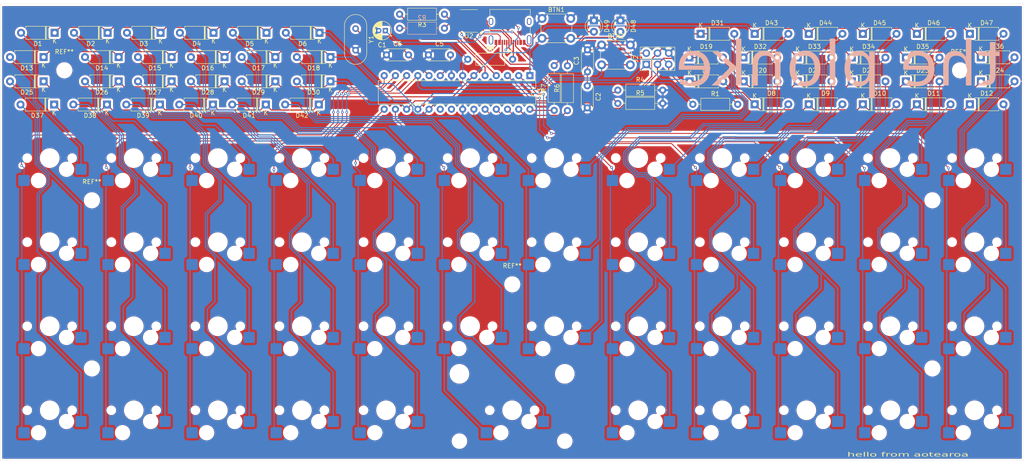
<source format=kicad_pcb>
(kicad_pcb (version 20241229) (generator "pcbnew") (generator_version "9.0")
  (layers (0 "F.Cu" signal) (2 "B.Cu" signal) (13 "F.Paste" user) (15 "B.Paste" user) (5 "F.SilkS" user "F.Silkscreen") (7 "B.SilkS" user "B.Silkscreen") (1 "F.Mask" user) (3 "B.Mask" user) (25 "Edge.Cuts" user))
  (net 0 "")
  (net 1 "GND")
  (net 2 "VBUS")
  (net 3 "Net-(D1-A)")
  (net 4 "Net-(D2-A)")
  (net 5 "Net-(D3-A)")
  (net 6 "Net-(D4-A)")
  (net 7 "Net-(D5-A)")
  (net 8 "Net-(D6-A)")
  (net 9 "Net-(D7-A)")
  (net 10 "Net-(D8-A)")
  (net 11 "Net-(D9-A)")
  (net 12 "Net-(D10-A)")
  (net 13 "Net-(D11-A)")
  (net 14 "Net-(D12-A)")
  (net 15 "Net-(D13-A)")
  (net 16 "R2")
  (net 17 "Net-(D14-A)")
  (net 18 "Net-(D15-A)")
  (net 19 "Net-(D16-A)")
  (net 20 "Net-(D17-A)")
  (net 21 "Net-(D18-A)")
  (net 22 "Net-(D19-A)")
  (net 23 "Net-(D20-A)")
  (net 24 "Net-(D21-A)")
  (net 25 "Net-(D22-A)")
  (net 26 "Net-(D23-A)")
  (net 27 "Net-(D24-A)")
  (net 28 "Net-(D25-A)")
  (net 29 "Net-(D26-A)")
  (net 30 "Net-(D27-A)")
  (net 31 "Net-(D28-A)")
  (net 32 "Net-(D29-A)")
  (net 33 "Net-(D30-A)")
  (net 34 "Net-(D31-A)")
  (net 35 "Net-(D32-A)")
  (net 36 "Net-(D33-A)")
  (net 37 "Net-(D34-A)")
  (net 38 "Net-(D35-A)")
  (net 39 "Net-(D36-A)")
  (net 40 "R4")
  (net 41 "Net-(D37-A)")
  (net 42 "Net-(D38-A)")
  (net 43 "Net-(D39-A)")
  (net 44 "Net-(D40-A)")
  (net 45 "Net-(D41-A)")
  (net 46 "Net-(D42-A)")
  (net 47 "Net-(D44-A)")
  (net 48 "Net-(D45-A)")
  (net 49 "Net-(D46-A)")
  (net 50 "Net-(D47-A)")
  (net 52 "Net-(J1-CC1)")
  (net 57 "Net-(J1-D+-PadA6)")
  (net 59 "Net-(J1-D--PadA7)")
  (net 60 "Net-(J1-CC2)")
  (net 61 "MISO")
  (net 62 "RESET")
  (net 63 "MOSI")
  (net 64 "D-")
  (net 65 "D+")
  (net 66 "C1")
  (net 67 "C2")
  (net 68 "C3")
  (net 69 "C4")
  (net 70 "C5")
  (net 71 "C6")
  (net 72 "C7")
  (net 73 "C8")
  (net 74 "C9")
  (net 75 "C10")
  (net 76 "C11")
  (net 77 "C12")
  (net 78 "Net-(D43-A)")
  (net 79 "Net-(U3-XTAL1{slash}PB6)")
  (net 80 "Net-(U3-XTAL2{slash}PB7)")
  (net 81 "Net-(U3-PD3)")
  (net 82 "Net-(U3-PD2)")
  (net 83 "Net-(U3-PC4)")
  (net 85 "Net-(U3-PC5)")
  (net 86 "Net-(D48-A)")
  (net 87 "Net-(D49-A)")
  (footprint "Diode_THT:D_A-405_P7.62mm_Horizontal" (layer "F.Cu") (at 190.182 55.6048)
    (property "Reference" "D19")
    (property "Value" "D")
  )
  (footprint "" (layer "F.Cu") (at 54.8 126.05)
    (property "Reference" "")
    (property "Value" "")
  )
  (footprint "Diode_THT:D_A-405_P7.62mm_Horizontal" (layer "F.Cu") (at 60.86 55.5 180)
    (property "Reference" "D14")
    (property "Value" "D")
  )
  (footprint "MountingHole:MountingHole_3.2mm_M3" (layer "F.Cu") (at 54.8 87.95)
    (property "Reference" "REF**")
    (property "Value" "MountingHole_3.2mm_M3")
  )
  (footprint "Diode_THT:D_A-405_P7.62mm_Horizontal" (layer "F.Cu") (at 82.212463 66.259018 180)
    (property "Reference" "D40")
    (property "Value" "D")
  )
  (footprint "Diode_THT:D_A-405_P7.62mm_Horizontal" (layer "F.Cu") (at 58.36 50 180)
    (property "Reference" "D2")
    (property "Value" "D")
  )
  (footprint "MountingHole:MountingHole_3.2mm_M3" (layer "F.Cu") (at 150.05 107)
    (property "Reference" "REF**")
    (property "Value" "MountingHole_3.2mm_M3")
  )
  (footprint "Resistor_THT:R_Axial_DIN0207_L6.3mm_D2.5mm_P10.16mm_Horizontal" (layer "F.Cu") (at 134.683 45.786 180)
    (property "Reference" "R3")
    (property "Value" "22R")
  )
  (footprint "Diode_THT:D_A-405_P7.62mm_Horizontal" (layer "F.Cu") (at 72.86 61 180)
    (property "Reference" "D27")
    (property "Value" "D")
  )
  (footprint "Diode_THT:D_A-405_P7.62mm_Horizontal" (layer "F.Cu") (at 108.86 55.5 180)
    (property "Reference" "D18")
    (property "Value" "D")
  )
  (footprint "Diode_THT:D_A-405_P7.62mm_Horizontal" (layer "F.Cu") (at 229.485333 66.2)
    (property "Reference" "D10")
    (property "Value" "D")
  )
  (footprint "Diode_THT:D_A-405_P7.62mm_Horizontal" (layer "F.Cu") (at 214.711 55.6048)
    (property "Reference" "D33")
    (property "Value" "D")
  )
  (footprint "Crystal:Crystal_HC18-U_Vertical" (layer "F.Cu") (at 114.55 49.05 -90)
    (property "Reference" "Y1")
    (property "Value" "Crystal_GND24_Small")
  )
  (footprint "Resistor_THT:R_Axial_DIN0207_L6.3mm_D2.5mm_P10.16mm_Horizontal" (layer "F.Cu") (at 139.97 56)
    (property "Reference" "R8")
    (property "Value" "1.5k")
  )
  (footprint "Diode_THT:D_A-405_P7.62mm_Horizontal" (layer "F.Cu") (at 43.86 55.5 180)
    (property "Reference" "D13")
    (property "Value" "D")
  )
  (footprint "Connector_USB:USB_C_Receptacle_XKB_U262-16XN-4BVC11" (layer "F.Cu") (at 149.55 48.5 180)
    (property "Reference" "J1")
    (property "Value" "USB_C_Receptacle_USB2.0_16P")
  )
  (footprint "Diode_THT:D_A-405_P7.62mm_Horizontal" (layer "F.Cu") (at 96.36 61 180)
    (property "Reference" "D29")
    (property "Value" "D")
  )
  (footprint "Diode_THT:D_A-405_P7.62mm_Horizontal" (layer "F.Cu") (at 239.24 61)
    (property "Reference" "D23")
    (property "Value" "D")
  )
  (footprint "Button_Switch_THT:SW_PUSH_6mm" (layer "F.Cu") (at 170.3 52.75)
    (property "Reference" "BTN2")
    (property "Value" "Boot")
  )
  (footprint "Capacitor_THT:C_Disc_D4.7mm_W2.5mm_P5.00mm" (layer "F.Cu") (at 121.55 55)
    (property "Reference" "C6")
    (property "Value" "20pF")
  )
  (footprint "Diode_THT:D_A-405_P7.62mm_Horizontal" (layer "F.Cu") (at 204.976 66.2)
    (property "Reference" "D8")
    (property "Value" "D")
  )
  (footprint "Diode_THT:D_A-405_P7.62mm_Horizontal" (layer "F.Cu") (at 106.36 50 180)
    (property "Reference" "D6")
    (property "Value" "D")
  )
  (footprint "Diode_THT:D_A-405_P7.62mm_Horizontal" (layer "F.Cu") (at 214.74 61)
    (property "Reference" "D21")
    (property "Value" "D")
  )
  (footprint "Resistor_THT:R_Axial_DIN0207_L6.3mm_D2.5mm_P10.16mm_Horizontal" (layer "F.Cu") (at 162.55 67.63 90)
    (property "Reference" "R6")
    (property "Value" "1.5k")
  )
  (footprint "MountingHole:MountingHole_3.2mm_M3" (layer "F.Cu") (at 48.55 58.5)
    (property "Reference" "REF**")
    (property "Value" "MountingHole_3.2mm_M3")
  )
  (footprint "Diode_THT:D_A-405_P7.62mm_Horizontal" (layer "F.Cu") (at 46.248208 66.259018 180)
    (property "Reference" "D37")
    (property "Value" "D")
  )
  (footprint "Package_SO:SOIC-8_3.9x4.9mm_P1.27mm" (layer "F.Cu") (at 140.225 47.31 180)
    (property "Reference" "U2")
    (property "Value" "USB6B1")
  )
  (footprint "Diode_THT:D_A-405_P7.62mm_Horizontal" (layer "F.Cu") (at 256.222 55.554)
    (property "Reference" "D36")
    (property "Value" "D")
  )
  (footprint "" (layer "F.Cu") (at 245.2492 87.95)
    (property "Reference" "")
    (property "Value" "")
  )
  (footprint "Diode_THT:D_A-405_P7.62mm_Horizontal" (layer "F.Cu") (at 204.99 50.231)
    (property "Reference" "D43")
    (property "Value" "D")
  )
  (footprint "MountingHole:MountingHole_3.2mm_M3" (layer "F.Cu") (at 251.523 58.5)
    (property "Reference" "REF**")
    (property "Value" "MountingHole_3.2mm_M3")
  )
  (footprint "Diode_THT:D_A-405_P7.62mm_Horizontal" (layer "F.Cu") (at 84.86 55.5 180)
    (property "Reference" "D16")
    (property "Value" "D")
  )
  (footprint "Connector_PinHeader_2.54mm:PinHeader_2x03_P2.54mm_Vertical" (layer "F.Cu") (at 180.418 57.15 90)
    (property "Reference" "J2")
    (property "Value" "AVR-ISP-6")
  )
  (footprint "Diode_THT:D_A-405_P7.62mm_Horizontal" (layer "F.Cu") (at 82.36 50 180)
    (property "Reference" "D4")
    (property "Value" "D")
  )
  (footprint "Diode_THT:D_A-405_P7.62mm_Horizontal" (layer "F.Cu") (at 108.86 61 180)
    (property "Reference" "D30")
    (property "Value" "D")
  )
  (footprint "Diode_THT:D_A-405_P7.62mm_Horizontal" (layer "F.Cu") (at 239.24 55.6048)
    (property "Reference" "D35")
    (property "Value" "D")
  )
  (footprint "Resistor_THT:R_Axial_DIN0207_L6.3mm_D2.5mm_P10.16mm_Horizontal" (layer "F.Cu") (at 173.970001 63)
    (property "Reference" "R4")
    (property "Value" "5k1")
  )
  (footprint "Diode_THT:D_A-405_P7.62mm_Horizontal" (layer "F.Cu") (at 60.86 61 180)
    (property "Reference" "D26")
    (property "Value" "D")
  )
  (footprint "Diode_THT:D_A-405_P7.62mm_Horizontal" (layer "F.Cu") (at 58.212463 66.259018 180)
    (property "Reference" "D38")
    (property "Value" "D")
  )
  (footprint "Capacitor_THT:C_Disc_D4.7mm_W2.5mm_P5.00mm" (layer "F.Cu") (at 167.05 62 -90)
    (property "Reference" "C2")
    (property "Value" "100nF")
  )
  (footprint "Resistor_THT:R_Axial_DIN0207_L6.3mm_D2.5mm_P10.16mm_Horizontal" (layer "F.Cu") (at 173.97 66)
    (property "Reference" "R5")
    (property "Value" "5k1")
  )
  (footprint "Diode_THT:D_A-405_P7.62mm_Horizontal" (layer "F.Cu") (at 106.212463 66.259018 180)
    (property "Reference" "D42")
    (property "Value" "D")
  )
  (footprint "Capacitor_THT:C_Disc_D4.7mm_W2.5mm_P5.00mm" (layer "F.Cu") (at 131.05 55)
    (property "Reference" "C5")
    (property "Value" "20pF")
  )
  (footprint "Diode_THT:D_A-405_P7.62mm_Horizontal" (layer "F.Cu") (at 217.230667 66.2)
    (property "Reference" "D9")
    (property "Value" "D")
  )
  (footprint "Diode_THT:D_A-405_P7.62mm_Horizontal" (layer "F.Cu") (at 241.74 50.231)
    (property "Reference" "D46")
    (property "Value" "D")
  )
  (footprint "Capacitor_THT:CP_Radial_D4.0mm_P1.50mm" (layer "F.Cu") (at 121.3 49.5 180)
    (property "Reference" "C1")
    (property "Value" "4.7u")
  )
  (footprint "Resistor_THT:R_Axial_DIN0207_L6.3mm_D2.5mm_P10.16mm_Horizontal" (layer "F.Cu") (at 159.55 67.58 90)
    (property "Reference" "R7")
    (property "Value" "1.5k")
  )
  (footprint "Diode_THT:D_A-405_P7.62mm_Horizontal" (layer "F.Cu") (at 217.24 50.231)
    (property "Reference" "D44")
    (property "Value" "D")
  )
  (footprint "Button_Switch_THT:SW_PUSH_6mm" (layer "F.Cu") (at 156.8 46.75)
    (property "Reference" "BTN1")
    (property "Value" "Reset")
  )
  (footprint "Diode_THT:D_A-405_P7.62mm_Horizontal" (layer "F.Cu") (at 192.74 50.231)
    (property "Reference" "D31")
    (property "Value" "D")
  )
  (footprint "Diode_THT:D_A-405_P7.62mm_Horizontal" (layer "F.Cu") (at 229.49 50.231)
    (property "Reference" "D45")
    (property "Value" "D")
  )
  (footprint "LED_THT:LED_D3.0mm" (layer "F.Cu") (at 174.55 47.225 -90)
    (property "Reference" "D48")
    (property "Value" "LED")
  )
  (footprint "Diode_THT:D_A-405_P7.62mm_Horizontal" (layer "F.Cu") (at 256.24 61)
    (property "Reference" "D24")
    (property "Value" "D")
  )
  (footprint "Diode_THT:D_A-405_P7.62mm_Horizontal" (layer "F.Cu") (at 96.36 55.5 180)
    (property "Reference" "D17")
    (property "Value" "D")
  )
  (footprint "Resistor_THT:R_Axial_DIN0207_L6.3mm_D2.5mm_P10.16mm_Horizontal" (layer "F.Cu") (at 190.97 66.2)
    (property "Reference" "R1")
    (property "Value" "10k")
  )
  (footprint "Diode_THT:D_A-405_P7.62mm_Horizontal" (layer "F.Cu") (at 241.74 66.2)
    (property "Reference" "D11")
    (property "Value" "D")
  )
  (footprint "Diode_THT:D_A-405_P7.62mm_Horizontal" (layer "F.Cu") (at 70.36 50 180)
    (property "Reference" "D3")
    (property "Value" "D")
  )
  (footprint "Diode_THT:D_A-405_P7.62mm_Horizontal" (layer "F.Cu") (at 84.86 61 180)
    (property "Reference" "D28")
    (property "Value" "D")
  )
  (footprint "Diode_THT:D_A-405_P7.62mm_Horizontal" (layer "F.Cu") (at 94.36 50 180)
    (property "Reference" "D5")
    (property "Value" "D")
  )
  (footprint "Package_DIP:DIP-28_W7.62mm" (layer "F.Cu") (at 154.05 59.7 -90)
    (property "Reference" "U3")
    (property "Value" "ATmega328-P")
  )
  (footprint "Diode_THT:D_A-405_P7.62mm_Horizontal" (layer "F.Cu") (at 72.86 55.5 180)
    (property "Reference" "D15")
    (property "Value" "D")
  )
  (footprint "Diode_THT:D_A-405_P7.62mm_Horizontal" (layer "F.Cu") (at 253.74 50.231)
    (property "Reference" "D47")
    (property "Value" "D")
  )
  (footprint "Diode_THT:D_A-405_P7.62mm_Horizontal" (layer "F.Cu") (at 43.86 61 180)
    (property "Reference" "D25")
    (property "Value" "D")
  )
  (footprint "LED_THT:LED_D3.0mm" (layer "F.Cu") (at 168.55 47.225 -90)
    (property "Reference" "D49")
    (property "Value" "LED")
  )
  (footprint "Diode_THT:D_A-405_P7.62mm_Horizontal" (layer "F.Cu") (at 253.74 66.2)
    (property "Reference" "D12")
    (property "Value" "D")
  )
  (footprint "Diode_THT:D_A-405_P7.62mm_Horizontal" (layer "F.Cu") (at 70.212463 66.259018 180)
    (property "Reference" "D39")
    (property "Value" "D")
  )
  (footprint "Capacitor_THT:C_Disc_D4.7mm_W2.5mm_P5.00mm" (layer "F.Cu") (at 167.1 58.85 90)
    (property "Reference" "C3")
    (property "Value" "100nF")
  )
  (footprint "Diode_THT:D_A-405_P7.62mm_Horizontal" (layer "F.Cu") (at 202.4465 55.6048)
    (property "Reference" "D32")
    (property "Value" "D")
  )
  (footprint "Diode_THT:D_A-405_P7.62mm_Horizontal" (layer "F.Cu") (at 226.99 61)
    (property "Reference" "D22")
    (property "Value" "D")
  )
  (footprint "Diode_THT:D_A-405_P7.62mm_Horizontal" (layer "F.Cu") (at 226.9755 55.6048)
    (property "Reference" "D34")
    (property "Value" "D")
  )
  (footprint "Diode_THT:D_A-405_P7.62mm_Horizontal" (layer "F.Cu") (at 190.24 61)
    (property "Reference" "D7")
    (property "Value" "D")
  )
  (footprint "Diode_THT:D_A-405_P7.62mm_Horizontal" (layer "F.Cu") (at 94.212463 66.259018 180)
    (property "Reference" "D41")
    (property "Value" "D")
  )
  (footprint "Diode_THT:D_A-405_P7.62mm_Horizontal" (layer "F.Cu") (at 202.49 61)
    (property "Reference" "D20")
    (property "Value" "D")
  )
  (footprint "Diode_THT:D_A-405_P7.62mm_Horizontal" (layer "F.Cu") (at 46.36 50 180)
    (property "Reference" "D1")
    (property "Value" "D")
  )
  (footprint "" (layer "F.Cu") (at 245.2492 126.05)
    (property "Reference" "")
    (property "Value" "")
  )
  (footprint "MX_Hotswap:MX-Hotswap-1U" (layer "B.Cu") (at 64.29 135.5348)
    (property "Reference" "SW38")
    (property "Value" "SW_Push")
  )
  (footprint "MX_Hotswap:MX-Hotswap-1U" (layer "B.Cu") (at 64.29 78.3848)
    (property "Reference" "SW2")
    (property "Value" "SW_Push")
  )
  (footprint "MX_Hotswap:MX-Hotswap-1U" (layer "B.Cu") (at 178.59 116.4848)
    (property "Reference" "SW32")
    (property "Value" "SW_Push")
  )
  (footprint "MX_Hotswap:MX-Hotswap-1U" (layer "B.Cu") (at 197.64 78.3848)
    (property "Reference" "SW9")
    (property "Value" "SW_Push")
  )
  (footprint "MX_Hotswap:MX-Hotswap-1U" (layer "B.Cu") (at 254.79 135.5348)
    (property "Reference" "SW47")
    (property "Value" "SW_Push")
  )
  (footprint "MX_Hotswap:MX-Hotswap-1U" (layer "B.Cu") (at 178.59 135.5348)
    (property "Reference" "SW43")
    (property "Value" "SW_Push")
  )
  (footprint "MX_Hotswap:MX-Hotswap-1U" (layer "B.Cu") (at 64.29 116.4848)
    (property "Reference" "SW26")
    (property "Value" "SW_Push")
  )
  (footprint "MX_Hotswap:MX-Hotswap-1U" (layer "B.Cu") (at 121.44 97.4348)
    (property "Reference" "SW17")
    (property "Value" "SW_Push")
  )
  (footprint "MX_Hotswap:MX-Hotswap-1U" (layer "B.Cu") (at 197.64 116.4848)
    (property "Reference" "SW33")
    (property "Value" "SW_Push")
  )
  (footprint "MX_Hotswap:MX-Hotswap-1U" (layer "B.Cu") (at 159.54 116.4848)
    (property "Reference" "SW31")
    (property "Value" "SW_Push")
  )
  (footprint "Resistor_THT:R_Axial_DIN0207_L6.3mm_D2.5mm_P10.16mm_Horizontal" (layer "B.Cu") (at 134.683 48.961 180)
    (property "Reference" "R2")
    (property "Value" "22R")
  )
  (footprint "MX_Hotswap:MX-Hotswap-1U" (layer "B.Cu") (at 254.79 97.4348)
    (property "Reference" "SW24")
    (property "Value" "SW_Push")
  )
  (footprint "MX_Hotswap:MX-Hotswap-1U" (layer "B.Cu") (at 197.64 97.4348)
    (property "Reference" "SW21")
    (property "Value" "SW_Push")
  )
  (footprint "MX_Hotswap:MX-Hotswap-1U" (layer "B.Cu") (at 140.49 78.3848)
    (property "Reference" "SW6")
    (property "Value" "SW_Push")
  )
  (footprint "MX_Hotswap:MX-Hotswap-1U" (layer "B.Cu") (at 254.79 116.4848)
    (property "Reference" "SW36")
    (property "Value" "SW_Push")
  )
  (footprint "MX_Hotswap:MX-Hotswap-1U" (layer "B.Cu") (at 216.69 97.4348)
    (property "Reference" "SW22")
    (property "Value" "SW_Push")
  )
  (footprint "MX_Hotswap:MX-Hotswap-1U" (layer "B.Cu") (at 121.44 78.3848)
    (property "Reference" "SW5")
    (property "Value" "SW_Push")
  )
  (footprint "MX_Hotswap:MX-Hotswap-1U" (layer "B.Cu") (at 178.59 97.4348)
    (property "Reference" "SW20")
    (property "Value" "SW_Push")
  )
  (footprint "MX_Hotswap:MX-Hotswap-1U" (layer "B.Cu") (at 235.74 78.3848)
    (property "Reference" "SW11")
    (property "Value" "SW_Push")
  )
  (footprint "MX_Hotswap:MX-Hotswap-1U" (layer "B.Cu") (at 216.69 116.4848)
    (property "Reference" "SW34")
    (property "Value" "SW_Push")
  )
  (footprint "MX_Hotswap:MX-Hotswap-1U" (layer "B.Cu") (at 121.44 116.4848)
    (property "Reference" "SW29")
    (property "Value" "SW_Push")
  )
  (footprint "MX_Hotswap:MX-Hotswap-1U" (layer "B.Cu") (at 159.54 97.4348)
    (property "Reference" "SW19")
    (property "Value" "SW_Push")
  )
  (footprint "MX_Hotswap:MX-Hotswap-1U" (layer "B.Cu") (at 140.49 97.4348)
    (property "Reference" "SW18")
    (property "Value" "SW_Push")
  )
  (footprint "MX_Hotswap:MX-Hotswap-1U" (layer "B.Cu") (at 83.34 116.4848)
    (property "Reference" "SW27")
    (property "Value" "SW_Push")
  )
  (footprint "MX_Hotswap:MX-Hotswap-1U" (layer "B.Cu") (at 178.59 78.3848)
    (property "Reference" "SW8")
    (property "Value" "SW_Push")
  )
  (footprint "MX_Hotswap:MX-Hotswap-1U" (layer "B.Cu") (at 102.39 135.5348)
    (property "Reference" "SW40")
    (property "Value" "SW_Push")
  )
  (footprint "MX_Hotswap:MX-Hotswap-1U" (layer "B.Cu") (at 235.74 116.4848)
    (property "Reference" "SW35")
    (property "Value" "SW_Push")
  )
  (footprint "MX_Hotswap:MX-Hotswap-1U" (layer "B.Cu") (at 102.39 97.4348)
    (property "Reference" "SW16")
    (property "Value" "SW_Push")
  )
  (footprint "MX_Hotswap:MX-Hotswap-1U" (layer "B.Cu") (at 159.54 78.3848)
    (property "Reference" "SW7")
    (property "Value" "SW_Push")
  )
  (footprint "MX_Hotswap:MX-Hotswap-1U" (layer "B.Cu") (at 216.69 78.3848)
    (property "Reference" "SW10")
    (property "Value" "SW_Push")
  )
  (footprint "MX_Hotswap:MX-Hotswap-1U" (layer "B.Cu") (at 83.34 78.3848)
    (property "Reference" "SW3")
    (property "Value" "SW_Push")
  )
  (footprint "MX_Hotswap:MX-Hotswap-1U" (layer "B.Cu") (at 102.39 78.3848)
    (property "Reference" "SW4")
    (property "Value" "SW_Push")
  )
  (footprint "MX_Hotswap:MX-Hotswap-1U" (layer "B.Cu") (at 83.34 135.5348)
    (property "Reference" "SW39")
    (property "Value" "SW_Push")
  )
  (footprint "MX_Hotswap:MX-Hotswap-1U" (layer "B.Cu") (at 83.34 97.4348)
    (property "Reference" "SW15")
    (property "Value" "SW_Push")
  )
  (footprint "MX_Hotswap:MX-Hotswap-1U" (layer "B.Cu") (at 45.24 97.4348)
    (property "Reference" "SW13")
    (property "Value" "SW_Push")
  )
  (footprint "MX_Hotswap:MX-Hotswap-1U" (layer "B.Cu") (at 45.24 135.5348)
    (property "Reference" "SW37")
    (property "Value" "SW_Push")
  )
  (footprint "MX_Hotswap:MX-Hotswap-1U" (layer "B.Cu") (at 64.29 97.4348)
    (property "Reference" "SW14")
    (property "Value" "SW_Push")
  )
  (footprint "MX_Hotswap:MX-Hotswap-1U" (layer "B.Cu") (at 121.44 135.5348)
    (property "Reference" "SW41")
    (property "Value" "SW_Push")
  )
  (footprint "MX_Hotswap:MX-Hotswap-1U" (layer "B.Cu") (at 45.24 116.4848)
    (property "Reference" "SW25")
    (property "Value" "SW_Push")
  )
  (footprint "MX_Hotswap:MX-Hotswap-1U" (layer "B.Cu") (at 140.49 116.4848)
    (property "Reference" "SW30")
    (property "Value" "SW_Push")
  )
  (footprint "MX_Hotswap:MX-Hotswap-1U" (layer "B.Cu") (at 216.69 135.5348)
    (property "Reference" "SW45")
    (property "Value" "SW_Push")
  )
  (footprint "MX_Hotswap:MX-Hotswap-1U" (layer "B.Cu") (at 235.74 97.4348)
    (property "Reference" "SW23")
    (property "Value" "SW_Push")
  )
  (footprint "MX_Hotswap:MX-Hotswap-1U" (layer "B.Cu") (at 197.64 135.5348)
    (property "Reference" "SW44")
    (property "Value" "SW_Push")
  )
  (footprint "MX_Hotswap:MX-Hotswap-1U" (layer "B.Cu") (at 45.24 78.3848)
    (property "Reference" "SW1")
    (property "Value" "SW_Push")
  )
  (footprint "MX_Hotswap:MX-Hotswap-1U" (layer "B.Cu") (at 235.74 135.5348)
    (property "Reference" "SW46")
    (property "Value" "SW_Push")
  )
  (footprint "MX_Hotswap:MX-Hotswap-1U" (layer "B.Cu") (at 254.79 78.3848)
    (property "Reference" "SW12")
    (property "Value" "SW_Push")
  )
  (footprint "MX_Hotswap:MX-Hotswap-1U" (layer "B.Cu") (at 102.39 116.4848)
    (property "Reference" "SW28")
    (property "Value" "SW_Push")
  )
  (footprint "MX_Hotswap:MX-Hotswap-2U" (layer "B.Cu") (at 150.015 135.5348)
    (property "Reference" "SW42")
    (property "Value" "SW_Push")
  )
  (gr_rect (start 34 43.46) (end 266 147) (stroke (width 0.05)) (fill no) (layer "Edge.Cuts"))
  (gr_text "hello from aotearoa" (at 225.9452 146.1922 0) (layer "F.SilkS") (effects (font (size 1 2) (thickness 0.1)) (justify left bottom)))
  (gr_text "the plonke " (at 260.8448 63.6422 0) (layer "B.SilkS") (effects (font (size 10 10) (thickness 0.1)) (justify left bottom mirror)))
  (segment (start 152.9 52.35314) (end 152.9 52.17) (width 0.25) (layer "F.Cu") (net 1))
  (segment (start 170.3 52.75) (end 169.65 52.75) (width 0.2) (layer "F.Cu") (net 1))
  (segment (start 155.455 45.405) (end 156.8 46.75) (width 0.25) (layer "F.Cu") (net 1))
  (segment (start 146.5 52.17) (end 146.5 52.9) (width 0.2) (layer "F.Cu") (net 1))
  (segment (start 169.65 52.75) (end 168.55 53.85) (width 0.2) (layer "F.Cu") (net 1))
  (segment (start 140.8 46.330001) (end 141.725001 45.405) (width 0.2) (layer "F.Cu") (net 1))
  (segment (start 145.3 54.1) (end 144.75 54.1) (width 0.2) (layer "F.Cu") (net 1))
  (segment (start 141.725001 45.405) (end 142.7 45.405) (width 0.2) (layer "F.Cu") (net 1))
  (segment (start 140.8 50.15) (end 140.8 46.330001) (width 0.2) (layer "F.Cu") (net 1))
  (segment (start 154.696 48.854) (end 154.696 52.49714) (width 0.25) (layer "F.Cu") (net 1))
  (segment (start 137.75 45.405) (end 139.874999 45.405) (width 0.2) (layer "F.Cu") (net 1))
  (segment (start 153.52786 52.981) (end 152.9 52.35314) (width 0.25) (layer "F.Cu") (net 1))
  (segment (start 139.874999 45.405) (end 140.8 46.330001) (width 0.2) (layer "F.Cu") (net 1))
  (segment (start 156.8 46.75) (end 154.696 48.854) (width 0.25) (layer "F.Cu") (net 1))
  (segment (start 144.75 54.1) (end 140.8 50.15) (width 0.2) (layer "F.Cu") (net 1))
  (segment (start 146.5 52.9) (end 145.3 54.1) (width 0.2) (layer "F.Cu") (net 1))
  (segment (start 170.3 52.75) (end 176.8 52.75) (width 0.2) (layer "F.Cu") (net 1))
  (segment (start 154.21214 52.981) (end 153.52786 52.981) (width 0.25) (layer "F.Cu") (net 1))
  (segment (start 168.55 53.85) (end 167.1 53.85) (width 0.2) (layer "F.Cu") (net 1))
  (segment (start 154.696 52.49714) (end 154.21214 52.981) (width 0.25) (layer "F.Cu") (net 1))
  (segment (start 142.7 45.405) (end 155.455 45.405) (width 0.25) (layer "F.Cu") (net 1))
  (segment (start 167.05 59.335) (end 167.05 57.85) (width 0.2) (layer "F.Cu") (net 2))
  (segment (start 167.05 57.85) (end 170.29 54.61) (width 0.2) (layer "F.Cu") (net 2))
  (segment (start 138.6 50.065) (end 137.75 49.215) (width 0.2) (layer "F.Cu") (net 2))
  (segment (start 138.6 50.4) (end 138.6 50.065) (width 0.2) (layer "F.Cu") (net 2))
  (segment (start 147.3 52.17) (end 147.336 52.134) (width 0.2) (layer "F.Cu") (net 2))
  (segment (start 150.257 49.8) (end 150 49.8) (width 0.2) (layer "F.Cu") (net 2))
  (segment (start 143.346 50.254) (end 142.7 50.9) (width 0.2) (layer "F.Cu") (net 2))
  (segment (start 147.336 52.134) (end 147.336 50.824992) (width 0.2) (layer "F.Cu") (net 2))
  (segment (start 170.29 54.61) (end 180.418 54.61) (width 0.2) (layer "F.Cu") (net 2))
  (segment (start 151.8 51.343) (end 150.257 49.8) (width 0.2) (layer "F.Cu") (net 2))
  (segment (start 151.8 52.17) (end 151.8 51.343) (width 0.2) (layer "F.Cu") (net 2))
  (segment (start 142.7 50.9) (end 142.7 49.215) (width 0.2) (layer "F.Cu") (net 2))
  (segment (start 167.05 62) (end 167.05 59.335) (width 0.2) (layer "F.Cu") (net 2))
  (segment (start 147.336 50.824992) (end 146.765008 50.254) (width 0.2) (layer "F.Cu") (net 2))
  (segment (start 146.765008 50.254) (end 143.346 50.254) (width 0.2) (layer "F.Cu") (net 2))
  (via (at 150 49.8) (size 0.6) (drill 0.3) (layers "F.Cu" "B.Cu") (net 2))
  (via (at 138.6 50.4) (size 0.6) (drill 0.3) (layers "F.Cu" "B.Cu") (net 2))
  (via (at 142.7 50.9) (size 0.6) (drill 0.3) (layers "F.Cu" "B.Cu") (net 2))
  (segment (start 156.2 62.047545) (end 158.647545 59.6) (width 0.2) (layer "B.Cu") (net 2))
  (segment (start 138.81 59.7) (end 138.81 57.16) (width 0.2) (layer "B.Cu") (net 2))
  (segment (start 140.25 52.15) (end 141.45 52.15) (width 0.2) (layer "B.Cu") (net 2))
  (segment (start 136.12 52.15) (end 140.25 52.15) (width 0.2) (layer "B.Cu") (net 2))
  (segment (start 141.45 52.15) (end 142.7 50.9) (width 0.2) (layer "B.Cu") (net 2))
  (segment (start 143.8 49.8) (end 142.7 50.9) (width 0.2) (layer "B.Cu") (net 2))
  (segment (start 167.75 61.3) (end 167.05 62) (width 0.2) (layer "B.Cu") (net 2))
  (segment (start 139.85 62.1) (end 156.2 62.1) (width 0.2) (layer "B.Cu") (net 2))
  (segment (start 186.07 61.3) (end 167.75 61.3) (width 0.2) (layer "B.Cu") (net 2))
  (segment (start 121.3 49.5) (end 123.95 52.15) (width 0.2) (layer "B.Cu") (net 2))
  (segment (start 138.81 61.06) (end 139.85 62.1) (width 0.2) (layer "B.Cu") (net 2))
  (segment (start 158.647545 59.6) (end 166.35 59.6) (width 0.2) (layer "B.Cu") (net 2))
  (segment (start 150 49.8) (end 143.8 49.8) (width 0.2) (layer "B.Cu") (net 2))
  (segment (start 136.12 52.15) (end 139.97 56) (width 0.2) (layer "B.Cu") (net 2))
  (segment (start 138.6 50.5) (end 138.6 50.4) (width 0.2) (layer "B.Cu") (net 2))
  (segment (start 138.81 57.16) (end 139.97 56) (width 0.2) (layer "B.Cu") (net 2))
  (segment (start 123.95 52.15) (end 136.12 52.15) (width 0.2) (layer "B.Cu") (net 2))
  (segment (start 156.2 62.1) (end 156.2 62.047545) (width 0.2) (layer "B.Cu") (net 2))
  (segment (start 190.97 66.2) (end 186.07 61.3) (width 0.2) (layer "B.Cu") (net 2))
  (segment (start 166.35 59.6) (end 167.1 58.85) (width 0.2) (layer "B.Cu") (net 2))
  (segment (start 138.81 59.7) (end 138.81 61.06) (width 0.2) (layer "B.Cu") (net 2))
  (segment (start 140.25 52.15) (end 138.6 50.5) (width 0.2) (layer "B.Cu") (net 2))
  (segment (start 52.325 75.775) (end 42.05 65.5) (width 0.25) (layer "B.Cu") (net 3))
  (segment (start 52.325 80.9248) (end 52.325 75.775) (width 0.25) (layer "B.Cu") (net 3))
  (segment (start 42.05 53.31) (end 38.74 50) (width 0.25) (layer "B.Cu") (net 3))
  (segment (start 42.05 65.5) (end 42.05 53.31) (width 0.25) (layer "B.Cu") (net 3))
  (segment (start 64.405445 70) (end 59.55 70) (width 0.25) (layer "B.Cu") (net 4))
  (segment (start 59.55 70) (end 56.55 67) (width 0.25) (layer "B.Cu") (net 4))
  (segment (start 56.55 67) (end 56.55 55.81) (width 0.25) (layer "B.Cu") (net 4))
  (segment (start 56.55 55.81) (end 50.74 50) (width 0.25) (layer "B.Cu") (net 4))
  (segment (start 71.375 80.9248) (end 71.375 76.969555) (width 0.25) (layer "B.Cu") (net 4))
  (segment (start 71.375 76.969555) (end 64.405445 70) (width 0.25) (layer "B.Cu") (net 4))
  (segment (start 79.68781 71) (end 76.68781 68) (width 0.25) (layer "B.Cu") (net 5))
  (segment (start 76.68781 68) (end 69.05 68) (width 0.25) (layer "B.Cu") (net 5))
  (segment (start 69.05 68) (end 68.55 67.5) (width 0.25) (layer "B.Cu") (net 5))
  (segment (start 90.425 78.654701) (end 82.770299 71) (width 0.25) (layer "B.Cu") (net 5))
  (segment (start 68.55 67.5) (end 68.55 55.81) (width 0.25) (layer "B.Cu") (net 5))
  (segment (start 82.770299 71) (end 79.68781 71) (width 0.25) (layer "B.Cu") (net 5))
  (segment (start 90.425 80.9248) (end 90.425 78.654701) (width 0.25) (layer "B.Cu") (net 5))
  (segment (start 68.55 55.81) (end 62.74 50) (width 0.25) (layer "B.Cu") (net 5))
  (segment (start 80.55 67.048555) (end 80.55 55.81) (width 0.25) (layer "B.Cu") (net 6))
  (segment (start 98.588629 76.0149) (end 95.720729 73.147) (width 0.25) (layer "B.Cu") (net 6))
  (segment (start 109.475 80.9248) (end 109.475 78.654701) (width 0.25) (layer "B.Cu") (net 6))
  (segment (start 106.835199 76.0149) (end 98.588629 76.0149) (width 0.25) (layer "B.Cu") (net 6))
  (segment (start 109.475 78.654701) (end 106.835199 76.0149) (width 0.25) (layer "B.Cu") (net 6))
  (segment (start 86.962638 67.485018) (end 80.986463 67.485018) (width 0.25) (layer "B.Cu") (net 6))
  (segment (start 95.720729 73.147) (end 92.62462 73.147) (width 0.25) (layer "B.Cu") (net 6))
  (segment (start 80.55 55.81) (end 74.74 50) (width 0.25) (layer "B.Cu") (net 6))
  (segment (start 80.986463 67.485018) (end 80.55 67.048555) (width 0.25) (layer "B.Cu") (net 6))
  (segment (start 92.62462 73.147) (end 86.962638 67.485018) (width 0.25) (layer "B.Cu") (net 6))
  (segment (start 121.370299 71.5) (end 102.05 71.5) (width 0.25) (layer "B.Cu") (net 7))
  (segment (start 102.05 71.5) (end 98.55 68) (width 0.25) (layer "B.Cu") (net 7))
  (segment (start 98.55 68) (end 93.05 68) (width 0.25) (layer "B.Cu") (net 7))
  (segment (start 92.55 67.5) (end 92.55 55.81) (width 0.25) (layer "B.Cu") (net 7))
  (segment (start 93.05 68) (end 92.55 67.5) (width 0.25) (layer "B.Cu") (net 7))
  (segment (start 92.55 55.81) (end 86.74 50) (width 0.25) (layer "B.Cu") (net 7))
  (segment (start 128.525 78.654701) (end 121.370299 71.5) (width 0.25) (layer "B.Cu") (net 7))
  (segment (start 128.525 80.9248) (end 128.525 78.654701) (width 0.25) (layer "B.Cu") (net 7))
  (segment (start 104.55 55.81) (end 98.74 50) (width 0.25) (layer "B.Cu") (net 8))
  (segment (start 147.575 78.654701) (end 137.920299 69) (width 0.25) (layer "B.Cu") (net 8))
  (segment (start 147.575 80.9248) (end 147.575 78.654701) (width 0.25) (layer "B.Cu") (net 8))
  (segment (start 137.920299 69) (end 106.05 69) (width 0.25) (layer "B.Cu") (net 8))
  (segment (start 106.05 69) (end 104.55 67.5) (width 0.25) (layer "B.Cu") (net 8))
  (segment (start 104.55 67.5) (end 104.55 55.81) (width 0.25) (layer "B.Cu") (net 8))
  (segment (start 202.55 67.5) (end 202.55 65.69) (width 0.25) (layer "B.Cu") (net 9))
  (segment (start 166.625 80.9248) (end 176.0498 71.5) (width 0.25) (layer "B.Cu") (net 9))
  (segment (start 185.55 71.5) (end 188.55 68.5) (width 0.25) (layer "B.Cu") (net 9))
  (segment (start 188.55 68.5) (end 201.55 68.5) (width 0.25) (layer "B.Cu") (net 9))
  (segment (start 202.55 65.69) (end 197.86 61) (width 0.25) (layer "B.Cu") (net 9))
  (segment (start 201.55 68.5) (end 202.55 67.5) (width 0.25) (layer "B.Cu") (net 9))
  (segment (start 176.0498 71.5) (end 185.55 71.5) (width 0.25) (layer "B.Cu") (net 9))
  (segment (start 194.5998 72) (end 206.796 72) (width 0.25) (layer "B.Cu") (net 10))
  (segment (start 185.675 80.9248) (end 194.5998 72) (width 0.25) (layer "B.Cu") (net 10))
  (segment (start 206.796 72) (end 212.596 66.2) (width 0.25) (layer "B.Cu") (net 10))
  (segment (start 222.550667 68.5) (end 224.850667 66.2) (width 0.25) (layer "B.Cu") (net 11))
  (segment (start 222.18781 68.5) (end 222.550667 68.5) (width 0.25) (layer "B.Cu") (net 11))
  (segment (start 218.18781 72.5) (end 222.18781 68.5) (width 0.25) (layer "B.Cu") (net 11))
  (segment (start 213.1498 72.5) (end 218.18781 72.5) (width 0.25) (layer "B.Cu") (net 11))
  (segment (start 204.725 80.9248) (end 213.1498 72.5) (width 0.25) (layer "B.Cu") (net 11))
  (segment (start 223.775 79.530333) (end 237.105333 66.2) (width 0.25) (layer "B.Cu") (net 12))
  (segment (start 223.775 80.9248) (end 223.775 79.530333) (width 0.25) (layer "B.Cu") (net 12))
  (segment (start 242.825 80.9248) (end 242.825 72.735) (width 0.25) (layer "B.Cu") (net 13))
  (segment (start 242.825 72.735) (end 249.36 66.2) (width 0.25) (layer "B.Cu") (net 13))
  (segment (start 261.875 80.9248) (end 261.875 66.715) (width 0.25) (layer "B.Cu") (net 14))
  (segment (start 261.875 66.715) (end 261.36 66.2) (width 0.25) (layer "B.Cu") (net 14))
  (segment (start 42.8701 66.95791) (end 41.55 65.63781) (width 0.25) (layer "B.Cu") (net 15))
  (segment (start 41.55 65.63781) (end 41.55 60.81) (width 0.25) (layer "B.Cu") (net 15))
  (segment (start 52.325 99.9748) (end 52.325 88.821345) (width 0.25) (layer "B.Cu") (net 15))
  (segment (start 42.8701 79.366445) (end 42.8701 66.95791) (width 0.25) (layer "B.Cu") (net 15))
  (segment (start 41.55 60.81) (end 36.24 55.5) (width 0.25) (layer "B.Cu") (net 15))
  (segment (start 52.325 88.821345) (end 42.8701 79.366445) (width 0.25) (layer "B.Cu") (net 15))
  (segment (start 62.086 54.274) (end 71.634 54.274) (width 0.25) (layer "F.Cu") (net 16))
  (segment (start 71.634 54.274) (end 72.86 55.5) (width 0.25) (layer "F.Cu") (net 16))
  (segment (start 256.24 61) (end 255.014 62.226) (width 0.25) (layer "F.Cu") (net 16))
  (segment (start 192.6548 55.6048) (end 190.182 55.6048) (width 0.25) (layer "F.Cu") (net 16))
  (segment (start 83.634 54.274) (end 84.86 55.5) (width 0.25) (layer "F.Cu") (net 16))
  (segment (start 240.466 62.226) (end 239.24 61) (width 0.25) (layer "F.Cu") (net 16))
  (segment (start 169.219405 67.577) (end 167.516405 65.874) (width 0.25) (layer "F.Cu") (net 16))
  (segment (start 43.86 55.5) (end 45.086 54.274) (width 0.25) (layer "F.Cu") (net 16))
  (segment (start 60.86 55.5) (end 62.086 54.274) (width 0.25) (layer "F.Cu") (net 16))
  (segment (start 74.086 54.274) (end 83.634 54.274) (width 0.25) (layer "F.Cu") (net 16))
  (segment (start 228.216 62.226) (end 226.99 61) (width 0.25) (layer "F.Cu") (net 16))
  (segment (start 215.966 62.226) (end 214.74 61) (width 0.25) (layer "F.Cu") (net 16))
  (segment (start 167.516405 65.874) (end 132.636 65.874) (width 0.25) (layer "F.Cu") (net 16))
  (segment (start 190.182 55.6048) (end 190.0008 55.786) (width 0.25) (layer "F.Cu") (net 16))
  (segment (start 182.958 59.242215) (end 174.623215 67.577) (width 0.25) (layer "F.Cu") (net 16))
  (segment (start 107.634 54.274) (end 108.86 55.5) (width 0.25) (layer "F.Cu") (net 16))
  (segment (start 199.99 58.5) (end 195.55 58.5) (width 0.25) (layer "F.Cu") (net 16))
  (segment (start 213.514 62.226) (end 203.716 62.226) (width 0.25) (layer "F.Cu") (net 16))
  (segment (start 214.74 61) (end 213.514 62.226) (width 0.25) (layer "F.Cu") (net 16))
  (segment (start 174.623215 67.577) (end 169.219405 67.577) (width 0.25) (layer "F.Cu") (net 16))
  (segment (start 84.86 55.5) (end 86.36 54) (width 0.25) (layer "F.Cu") (net 16))
  (segment (start 239.24 61) (end 238.014 62.226) (width 0.25) (layer "F.Cu") (net 16))
  (segment (start 59.634 54.274) (end 60.86 55.5) (width 0.25) (layer "F.Cu") (net 16))
  (segment (start 132.636 65.874) (end 131.19 67.32) (width 0.25) (layer "F.Cu") (net 16))
  (segment (start 97.586 54.274) (end 107.634 54.274) (width 0.25) (layer "F.Cu") (net 16))
  (segment (start 94.86 54) (end 96.36 55.5) (width 0.25) (layer "F.Cu") (net 16))
  (segment (start 184.322 55.786) (end 182.958 57.15) (width 0.25) (layer "F.Cu") (net 16))
  (segment (start 255.014 62.226) (end 240.466 62.226) (width 0.25) (layer "F.Cu") (net 16))
  (segment (start 72.86 55.5) (end 74.086 54.274) (width 0.25) (layer "F.Cu") (net 16))
  (segment (start 182.958 57.15) (end 182.958 59.242215) (width 0.25) (layer "F.Cu") (net 16))
  (segment (start 203.716 62.226) (end 202.49 61) (width 0.25) (layer "F.Cu") (net 16))
  (segment (start 226.99 61) (end 225.764 62.226) (width 0.25) (layer "F.Cu") (net 16))
  (segment (start 225.764 62.226) (end 215.966 62.226) (width 0.25) (layer "F.Cu") (net 16))
  (segment (start 195.55 58.5) (end 192.6548 55.6048) (width 0.25) (layer "F.Cu") (net 16))
  (segment (start 202.49 61) (end 199.99 58.5) (width 0.25) (layer "F.Cu") (net 16))
  (segment (start 96.36 55.5) (end 97.586 54.274) (width 0.25) (layer "F.Cu") (net 16))
  (segment (start 238.014 62.226) (end 228.216 62.226) (width 0.25) (layer "F.Cu") (net 16))
  (segment (start 45.086 54.274) (end 59.634 54.274) (width 0.25) (layer "F.Cu") (net 16))
  (segment (start 86.36 54) (end 94.86 54) (width 0.25) (layer "F.Cu") (net 16))
  (segment (start 190.0008 55.786) (end 184.322 55.786) (width 0.25) (layer "F.Cu") (net 16))
  (segment (start 123.41219 65.5) (end 126.170405 65.5) (width 0.25) (layer "B.Cu") (net 16))
  (segment (start 127.524 66.853595) (end 127.524 67.786405) (width 0.25) (layer "B.Cu") (net 16))
  (segment (start 130.064 68.446) (end 131.19 67.32) (width 0.25) (layer "B.Cu") (net 16))
  (segment (start 108.86 55.5) (end 113.41219 55.5) (width 0.25) (layer "B.Cu") (net 16))
  (segment (start 128.183595 68.446) (end 130.064 68.446) (width 0.25) (layer "B.Cu") (net 16))
  (segment (start 126.170405 65.5) (end 127.524 66.853595) (width 0.25) (layer "B.Cu") (net 16))
  (segment (start 113.41219 55.5) (end 123.41219 65.5) (width 0.25) (layer "B.Cu") (net 16))
  (segment (start 127.524 67.786405) (end 128.183595 68.446) (width 0.25) (layer "B.Cu") (net 16))
  (segment (start 61.9201 73.00791) (end 56.05 67.13781) (width 0.25) (layer "B.Cu") (net 17))
  (segment (start 71.375 99.9748) (end 71.375 88.821345) (width 0.25) (layer "B.Cu") (net 17))
  (segment (start 61.9201 79.366445) (end 61.9201 73.00791) (width 0.25) (layer "B.Cu") (net 17))
  (segment (start 71.375 88.821345) (end 61.9201 79.366445) (width 0.25) (layer "B.Cu") (net 17))
  (segment (start 56.05 67.13781) (end 56.05 58.31) (width 0.25) (layer "B.Cu") (net 17))
  (segment (start 56.05 58.31) (end 53.24 55.5) (width 0.25) (layer "B.Cu") (net 17))
  (segment (start 68.05 58.31) (end 65.24 55.5) (width 0.25) (layer "B.Cu") (net 18))
  (segment (start 80.9701 79.366445) (end 80.9701 72.9201) (width 0.25) (layer "B.Cu") (net 18))
  (segment (start 80.9701 72.9201) (end 76.501 68.451) (width 0.25) (layer "B.Cu") (net 18))
  (segment (start 76.501 68.451) (end 68.86319 68.451) (width 0.25) (layer "B.Cu") (net 18))
  (segment (start 68.05 67.63781) (end 68.05 58.31) (width 0.25) (layer "B.Cu") (net 18))
  (segment (start 90.425 88.821345) (end 80.9701 79.366445) (width 0.25) (layer "B.Cu") (net 18))
  (segment (start 90.425 99.9748) (end 90.425 88.821345) (width 0.25) (layer "B.Cu") (net 18))
  (segment (start 68.86319 68.451) (end 68.05 67.63781) (width 0.25) (layer "B.Cu") (net 18))
  (segment (start 80.05 58.31) (end 77.24 55.5) (width 0.25) (layer "B.Cu") (net 19))
  (segment (start 99.917145 79.26349) (end 99.917145 77.981226) (width 0.25) (layer "B.Cu") (net 19))
  (segment (start 109.475 88.821345) (end 99.917145 79.26349) (width 0.25) (layer "B.Cu") (net 19))
  (segment (start 86.775828 67.936018) (end 80.799653 67.936018) (width 0.25) (layer "B.Cu") (net 19))
  (segment (start 80.799653 67.936018) (end 80.05 67.186365) (width 0.25) (layer "B.Cu") (net 19))
  (segment (start 80.05 67.186365) (end 80.05 58.31) (width 0.25) (layer "B.Cu") (net 19))
  (segment (start 95.533919 73.598) (end 92.43781 73.598) (width 0.25) (layer "B.Cu") (net 19))
  (segment (start 99.917145 77.981226) (end 95.533919 73.598) (width 0.25) (layer "B.Cu") (net 19))
  (segment (start 109.475 99.9748) (end 109.475 88.821345) (width 0.25) (layer "B.Cu") (net 19))
  (segment (start 92.43781 73.598) (end 86.775828 67.936018) (width 0.25) (layer "B.Cu") (net 19))
  (segment (start 128.525 99.9748) (end 128.525 88.821345) (width 0.25) (layer "B.Cu") (net 20))
  (segment (start 98.36319 68.451) (end 92.86319 68.451) (width 0.25) (layer "B.Cu") (net 20))
  (segment (start 128.525 88.821345) (end 119.0701 79.366445) (width 0.25) (layer "B.Cu") (net 20))
  (segment (start 92.05 58.81) (end 88.74 55.5) (width 0.25) (layer "B.Cu") (net 20))
  (segment (start 119.0701 76.0201) (end 115.001 71.951) (width 0.25) (layer "B.Cu") (net 20))
  (segment (start 101.86319 71.951) (end 98.36319 68.451) (width 0.25) (layer "B.Cu") (net 20))
  (segment (start 92.05 67.63781) (end 92.05 58.81) (width 0.25) (layer "B.Cu") (net 20))
  (segment (start 119.0701 79.366445) (end 119.0701 76.0201) (width 0.25) (layer "B.Cu") (net 20))
  (segment (start 92.86319 68.451) (end 92.05 67.63781) (width 0.25) (layer "B.Cu") (net 20))
  (segment (start 115.001 71.951) (end 101.86319 71.951) (width 0.25) (layer "B.Cu") (net 20))
  (segment (start 147.575 88.821345) (end 138.1201 79.366445) (width 0.25) (layer "B.Cu") (net 21))
  (segment (start 138.1201 75.5701) (end 132.001 69.451) (width 0.25) (layer "B.Cu") (net 21))
  (segment (start 104.099 67.68681) (end 104.099 58.359) (width 0.25) (layer "B.Cu") (net 21))
  (segment (start 138.1201 79.366445) (end 138.1201 75.5701) (width 0.25) (layer "B.Cu") (net 21))
  (segment (start 104.099 58.359) (end 101.24 55.5) (width 0.25) (layer "B.Cu") (net 21))
  (segment (start 132.001 69.451) (end 105.86319 69.451) (width 0.25) (layer "B.Cu") (net 21))
  (segment (start 147.575 99.9748) (end 147.575 88.821345) (width 0.25) (layer "B.Cu") (net 21))
  (segment (start 105.86319 69.451) (end 104.099 67.68681) (width 0.25) (layer "B.Cu") (net 21))
  (segment (start 199.773905 62.276095) (end 199.773905 57.576705) (width 0.25) (layer "B.Cu") (net 22))
  (segment (start 201.68781 69) (end 203.001 67.68681) (width 0.25) (layer "B.Cu") (net 22))
  (segment (start 166.625 99.9748) (end 169.868805 96.730995) (width 0.25) (layer "B.Cu") (net 22))
  (segment (start 203.001 67.68681) (end 203.001 65.50319) (width 0.25) (layer "B.Cu") (net 22))
  (segment (start 169.868805 78.318805) (end 176.23661 71.951) (width 0.25) (layer "B.Cu") (net 22))
  (segment (start 188.68781 69) (end 201.68781 69) (width 0.25) (layer "B.Cu") (net 22))
  (segment (start 169.868805 96.730995) (end 169.868805 78.318805) (width 0.25) (layer "B.Cu") (net 22))
  (segment (start 199.773905 57.576705) (end 197.802 55.6048) (width 0.25) (layer "B.Cu") (net 22))
  (segment (start 176.23661 71.951) (end 185.73681 71.951) (width 0.25) (layer "B.Cu") (net 22))
  (segment (start 203.001 65.50319) (end 199.773905 62.276095) (width 0.25) (layer "B.Cu") (net 22))
  (segment (start 185.73681 71.951) (end 188.68781 69) (width 0.25) (layer "B.Cu") (net 22))
  (segment (start 185.675 86.852865) (end 180.524 81.701865) (width 0.25) (layer "B.Cu") (net 23))
  (segment (start 176.2201 77.403155) (end 179.123255 74.5) (width 0.25) (layer "B.Cu") (net 23))
  (segment (start 210.11 68.04819) (end 210.11 61) (width 0.25) (layer "B.Cu") (net 23))
  (segment (start 194.46199 71.5) (end 206.65819 71.5) (width 0.25) (layer "B.Cu") (net 23))
  (segment (start 206.65819 71.5) (end 210.11 68.04819) (width 0.25) (layer "B.Cu") (net 23))
  (segment (start 185.675 99.9748) (end 185.675 86.852865) (width 0.25) (layer "B.Cu") (net 23))
  (segment (start 191.46199 74.5) (end 194.46199 71.5) (width 0.25) (layer "B.Cu") (net 23))
  (segment (start 176.2201 79.366445) (end 176.2201 77.403155) (width 0.25) (layer "B.Cu") (net 23))
  (segment (start 180.524 81.701865) (end 178.55552 81.701865) (width 0.25) (layer "B.Cu") (net 23))
  (segment (start 178.55552 81.701865) (end 176.2201 79.366445) (width 0.25) (layer "B.Cu") (net 23))
  (segment (start 179.123255 74.5) (end 191.46199 74.5) (width 0.25) (layer "B.Cu") (net 23))
  (segment (start 204.725 88.821345) (end 195.2701 79.366445) (width 0.25) (layer "B.Cu") (net 24))
  (segment (start 195.2701 79.366445) (end 195.2701 77.403155) (width 0.25) (layer "B.Cu") (net 24))
  (segment (start 210.51199 74.5) (end 213.01199 72) (width 0.25) (layer "B.Cu") (net 24))
  (segment (start 195.2701 77.403155) (end 198.173255 74.5) (width 0.25) (layer "B.Cu") (net 24))
  (segment (start 198.173255 74.5) (end 210.51199 74.5) (width 0.25) (layer "B.Cu") (net 24))
  (segment (start 213.01199 72) (end 218.05 72) (width 0.25) (layer "B.Cu") (net 24))
  (segment (start 222.36 67.69) (end 222.36 61) (width 0.25) (layer "B.Cu") (net 24))
  (segment (start 218.05 72) (end 222.36 67.69) (width 0.25) (layer "B.Cu") (net 24))
  (segment (start 204.725 99.9748) (end 204.725 88.821345) (width 0.25) (layer "B.Cu") (net 24))
  (segment (start 214.3201 79.366445) (end 214.3201 77.403155) (width 0.25) (layer "B.Cu") (net 25))
  (segment (start 223.775 99.9748) (end 223.775 88.821345) (width 0.25) (layer "B.Cu") (net 25))
  (segment (start 214.3201 77.403155) (end 217.223255 74.5) (width 0.25) (layer "B.Cu") (net 25))
  (segment (start 223.775 88.821345) (end 214.3201 79.366445) (width 0.25) (layer "B.Cu") (net 25))
  (segment (start 217.223255 74.5) (end 228.167523 74.5) (width 0.25) (layer "B.Cu") (net 25))
  (segment (start 234.61 68.057523) (end 234.61 61) (width 0.25) (layer "B.Cu") (net 25))
  (segment (start 228.167523 74.5) (end 234.61 68.057523) (width 0.25) (layer "B.Cu") (net 25))
  (segment (start 242.825 88.821345) (end 233.3701 79.366445) (width 0.25) (layer "B.Cu") (net 26))
  (segment (start 233.3701 77.403155) (end 239.83716 70.936095) (width 0.25) (layer "B.Cu") (net 26))
  (segment (start 243.986095 70.936095) (end 246.86 68.06219) (width 0.25) (layer "B.Cu") (net 26))
  (segment (start 239.83716 70.936095) (end 243.986095 70.936095) (width 0.25) (layer "B.Cu") (net 26))
  (segment (start 246.86 68.06219) (end 246.86 61) (width 0.25) (layer "B.Cu") (net 26))
  (segment (start 233.3701 79.366445) (end 233.3701 77.403155) (width 0.25) (layer "B.Cu") (net 26))
  (segment (start 242.825 99.9748) (end 242.825 88.821345) (width 0.25) (layer "B.Cu") (net 26))
  (segment (start 252.4201 72.4399) (end 263.86 61) (width 0.25) (layer "B.Cu") (net 27))
  (segment (start 252.4201 79.366445) (end 252.4201 72.4399) (width 0.25) (layer "B.Cu") (net 27))
  (segment (start 261.875 99.9748) (end 261.875 88.821345) (width 0.25) (layer "B.Cu") (net 27))
  (segment (start 261.875 88.821345) (end 252.4201 79.366445) (width 0.25) (layer "B.Cu") (net 27))
  (segment (start 42.8701 86.585575) (end 45.05 84.405675) (width 0.25) (layer "B.Cu") (net 28))
  (segment (start 52.325 119.0248) (end 52.325 107.871345) (width 0.25) (layer "B.Cu") (net 28))
  (segment (start 42.41219 79.546345) (end 42.41219 67.13781) (width 0.25) (layer "B.Cu") (net 28))
  (segment (start 45.05 84.405675) (end 45.05 82.184155) (width 0.25) (layer "B.Cu") (net 28))
  (segment (start 42.37781 67.13781) (end 36.24 61) (width 0.25) (layer "B.Cu") (net 28))
  (segment (start 42.41219 67.13781) (end 42.37781 67.13781) (width 0.25) (layer "B.Cu") (net 28))
  (segment (start 52.325 107.871345) (end 42.8701 98.416445) (width 0.25) (layer "B.Cu") (net 28))
  (segment (start 45.05 82.184155) (end 44.457922 81.592078) (width 0.25) (layer "B.Cu") (net 28))
  (segment (start 44.457922 81.592078) (end 42.41219 79.546345) (width 0.25) (layer "B.Cu") (net 28))
  (segment (start 42.8701 98.416445) (end 42.8701 86.585575) (width 0.25) (layer "B.Cu") (net 28))
  (segment (start 55.55 63.31) (end 53.24 61) (width 0.25) (layer "B.Cu") (net 29))
  (segment (start 55.55 67.27562) (end 55.55 63.31) (width 0.25) (layer "B.Cu") (net 29))
  (segment (start 65.05 83.134155) (end 61.4691 79.553255) (width 0.25) (layer "B.Cu") (net 29))
  (segment (start 65.05 86.5) (end 65.05 83.134155) (width 0.25) (layer "B.Cu") (net 29))
  (segment (start 61.4691 79.553255) (end 61.4691 73.19472) (width 0.25) (layer "B.Cu") (net 29))
  (segment (start 71.375 107.871345) (end 61.9201 98.416445) (width 0.25) (layer "B.Cu") (net 29))
  (segment (start 61.4691 73.19472) (end 55.55 67.27562) (width 0.25) (layer "B.Cu") (net 29))
  (segment (start 71.375 119.0248) (end 71.375 107.871345) (width 0.25) (layer "B.Cu") (net 29))
  (segment (start 61.9201 98.416445) (end 61.9201 89.6299) (width 0.25) (layer "B.Cu") (net 29))
  (segment (start 61.9201 89.6299) (end 65.05 86.5) (width 0.25) (layer "B.Cu") (net 29))
  (segment (start 90.425 107.871345) (end 80.9701 98.416445) (width 0.25) (layer "B.Cu") (net 30))
  (segment (start 90.425 119.0248) (end 90.425 107.871345) (width 0.25) (layer "B.Cu") (net 30))
  (segment (start 67.55 63.31) (end 65.24 61) (width 0.25) (layer "B.Cu") (net 30))
  (segment (start 68.67638 68.902) (end 67.55 67.77562) (width 0.25) (layer "B.Cu") (net 30))
  (segment (start 80.9701 98.416445) (end 80.9701 91.0799) (width 0.25) (layer "B.Cu") (net 30))
  (segment (start 76.31419 68.902) (end 68.67638 68.902) (width 0.25) (layer "B.Cu") (net 30))
  (segment (start 80.5191 79.553255) (end 80.5191 73.10691) (width 0.25) (layer "B.Cu") (net 30))
  (segment (start 84.05 88) (end 84.05 83.084155) (width 0.25) (layer "B.Cu") (net 30))
  (segment (start 67.55 67.77562) (end 67.55 63.31) (width 0.25) (layer "B.Cu") (net 30))
  (segment (start 80.9701 91.0799) (end 84.05 88) (width 0.25) (layer "B.Cu") (net 30))
  (segment (start 80.5191 73.10691) (end 76.31419 68.902) (width 0.25) (layer "B.Cu") (net 30))
  (segment (start 84.05 83.084155) (end 80.5191 79.553255) (width 0.25) (layer "B.Cu") (net 30))
  (segment (start 109.475 119.0248) (end 109.475 107.871345) (width 0.25) (layer "B.Cu") (net 31))
  (segment (start 79.55 67.324175) (end 79.55 63.31) (width 0.25) (layer "B.Cu") (net 31))
  (segment (start 92.23681 74.049) (end 86.574828 68.387018) (width 0.25) (layer "B.Cu") (net 31))
  (segment (start 109.475 107.871345) (end 100.0201 98.416445) (width 0.25) (layer "B.Cu") (net 31))
  (segment (start 95.347109 74.049) (end 92.23681 74.049) (width 0.25) (layer "B.Cu") (net 31))
  (segment (start 99.466145 79.4503) (end 99.466145 78.168036) (width 0.25) (layer "B.Cu") (net 31))
  (segment (start 79.55 63.31) (end 77.24 61) (width 0.25) (layer "B.Cu") (net 31))
  (segment (start 104.05 84.034155) (end 99.466145 79.4503) (width 0.25) (layer "B.Cu") (net 31))
  (segment (start 80.612843 68.387018) (end 79.55 67.324175) (width 0.25) (layer "B.Cu") (net 31))
  (segment (start 104.05 91.5) (end 104.05 84.034155) (width 0.25) (layer "B.Cu") (net 31))
  (segment (start 100.0201 98.416445) (end 100.0201 95.5299) (width 0.25) (layer "B.Cu") (net 31))
  (segment (start 100.0201 95.5299) (end 104.05 91.5) (width 0.25) (layer "B.Cu") (net 31))
  (segment (start 99.466145 78.168036) (end 95.347109 74.049) (width 0.25) (layer "B.Cu") (net 31))
  (segment (start 86.574828 68.387018) (end 80.612843 68.387018) (width 0.25) (layer "B.Cu") (net 31))
  (segment (start 118.6191 76.20691) (end 114.81419 72.402) (width 0.25) (layer "B.Cu") (net 32))
  (segment (start 128.525 107.871345) (end 119.0701 98.416445) (width 0.25) (layer "B.Cu") (net 32))
  (segment (start 91.55 63.81) (end 88.74 61) (width 0.25) (layer "B.Cu") (net 32))
  (segment (start 119.0701 95.4799) (end 122.55 92) (width 0.25) (layer "B.Cu") (net 32))
  (segment (start 122.55 83.5) (end 118.6191 79.5691) (width 0.25) (layer "B.Cu") (net 32))
  (segment (start 114.81419 72.402) (end 101.67638 72.402) (width 0.25) (layer "B.Cu") (net 32))
  (segment (start 118.6191 79.5691) (end 118.6191 76.20691) (width 0.25) (layer "B.Cu") (net 32))
  (segment (start 92.67638 68.902) (end 91.55 67.77562) (width 0.25) (layer "B.Cu") (net 32))
  (segment (start 128.525 119.0248) (end 128.525 107.871345) (width 0.25) (layer "B.Cu") (net 32))
  (segment (start 91.55 67.77562) (end 91.55 63.81) (width 0.25) (layer "B.Cu") (net 32))
  (segment (start 98.17638 68.902) (end 92.67638 68.902) (width 0.25) (layer "B.Cu") (net 32))
  (segment (start 122.55 92) (end 122.55 83.5) (width 0.25) (layer "B.Cu") (net 32))
  (segment (start 101.67638 72.402) (end 98.17638 68.902) (width 0.25) (layer "B.Cu") (net 32))
  (segment (start 119.0701 98.416445) (end 119.0701 95.4799) (width 0.25) (layer "B.Cu") (net 32))
  (segment (start 140.55 92.5) (end 140.55 82.434155) (width 0.25) (layer "B.Cu") (net 33))
  (segment (start 138.1201 98.416445) (end 138.1201 94.9299) (width 0.25) (layer "B.Cu") (net 33))
  (segment (start 147.575 107.871345) (end 138.1201 98.416445) (width 0.25) (layer "B.Cu") (net 33))
  (segment (start 140.55 82.434155) (end 137.6691 79.553255) (width 0.25) (layer "B.Cu") (net 33))
  (segment (start 103.648 63.408) (end 101.24 61) (width 0.25) (layer "B.Cu") (net 33))
  (segment (start 131.81419 69.902) (end 105.67638 69.902) (width 0.25) (layer "B.Cu") (net 33))
  (segment (start 138.1201 94.9299) (end 140.55 92.5) (width 0.25) (layer "B.Cu") (net 33))
  (segment (start 147.575 119.0248) (end 147.575 107.871345) (width 0.25) (layer "B.Cu") (net 33))
  (segment (start 137.6691 75.75691) (end 131.81419 69.902) (width 0.25) (layer "B.Cu") (net 33))
  (segment (start 105.67638 69.902) (end 103.648 67.87362) (width 0.25) (layer "B.Cu") (net 33))
  (segment (start 137.6691 79.553255) (end 137.6691 75.75691) (width 0.25) (layer "B.Cu") (net 33))
  (segment (start 103.648 67.87362) (end 103.648 63.408) (width 0.25) (layer "B.Cu") (net 33))
  (segment (start 166.625 119.0248) (end 170.319805 115.329995) (width 0.25) (layer "B.Cu") (net 34))
  (segment (start 185.92362 72.402) (end 188.87462 69.451) (width 0.25) (layer "B.Cu") (net 34))
  (segment (start 176.42342 72.402) (end 185.92362 72.402) (width 0.25) (layer "B.Cu") (net 34))
  (segment (start 170.319805 78.505615) (end 176.42342 72.402) (width 0.25) (layer "B.Cu") (net 34))
  (segment (start 203.452 65.31638) (end 200.36 62.22438) (width 0.25) (layer "B.Cu") (net 34))
  (segment (start 203.452 67.87362) (end 203.452 65.31638) (width 0.25) (layer "B.Cu") (net 34))
  (segment (start 200.36 62.22438) (end 200.36 50.231) (width 0.25) (layer "B.Cu") (net 34))
  (segment (start 188.87462 69.451) (end 201.87462 69.451) (width 0.25) (layer "B.Cu") (net 34))
  (segment (start 201.87462 69.451) (end 203.452 67.87362) (width 0.25) (layer "B.Cu") (net 34))
  (segment (start 170.319805 115.329995) (end 170.319805 78.505615) (width 0.25) (layer "B.Cu") (net 34))
  (segment (start 185.675 107.871345) (end 176.2201 98.416445) (width 0.25) (layer "B.Cu") (net 35))
  (segment (start 178.36871 82.152865) (end 175.7691 79.553255) (width 0.25) (layer "B.Cu") (net 35))
  (segment (start 182.05 89) (end 182.05 83.865675) (width 0.25) (layer "B.Cu") (net 35))
  (segment (start 185.675 119.0248) (end 185.675 107.871345) (width 0.25) (layer "B.Cu") (net 35))
  (segment (start 208.884 68.215) (end 208.884 56.7873) (width 0.25) (layer "B.Cu") (net 35))
  (segment (start 180.33719 82.152865) (end 178.36871 82.152865) (width 0.25) (layer "B.Cu") (net 35))
  (segment (start 176.2201 98.416445) (end 176.2201 94.8299) (width 0.25) (layer "B.Cu") (net 35))
  (segment (start 176.2201 94.8299) (end 182.05 89) (width 0.25) (layer "B.Cu") (net 35))
  (segment (start 193.501 71.049) (end 206.05 71.049) (width 0.25) (layer "B.Cu") (net 35))
  (segment (start 175.7691 79.553255) (end 175.7691 77.216345) (width 0.25) (layer "B.Cu") (net 35))
  (segment (start 182.05 83.865675) (end 180.33719 82.152865) (width 0.25) (layer "B.Cu") (net 35))
  (segment (start 206.05 71.049) (end 208.884 68.215) (width 0.25) (layer "B.Cu") (net 35))
  (segment (start 175.7691 77.216345) (end 178.985445 74) (width 0.25) (layer "B.Cu") (net 35))
  (segment (start 178.985445 74) (end 190.55 74) (width 0.25) (layer "B.Cu") (net 35))
  (segment (start 208.884 56.7873) (end 210.0665 55.6048) (width 0.25) (layer "B.Cu") (net 35))
  (segment (start 190.55 74) (end 193.501 71.049) (width 0.25) (layer "B.Cu") (net 35))
  (segment (start 212.82518 71.549) (end 217.86319 71.549) (width 0.25) (layer "B.Cu") (net 36))
  (segment (start 201.05 85.784155) (end 194.8191 79.553255) (width 0.25) (layer "B.Cu") (net 36))
  (segment (start 194.8191 79.553255) (end 194.8191 77.216345) (width 0.25) (layer "B.Cu") (net 36))
  (segment (start 220.731095 57.204705) (end 222.331 55.6048) (width 0.25) (layer "B.Cu") (net 36))
  (segment (start 195.2701 98.416445) (end 195.2701 94.7799) (width 0.25) (layer "B.Cu") (net 36))
  (segment (start 217.86319 71.549) (end 220.731095 68.681095) (width 0.25) (layer "B.Cu") (net 36))
  (segment (start 220.731095 68.681095) (end 220.731095 57.204705) (width 0.25) (layer "B.Cu") (net 36))
  (segment (start 195.2701 94.7799) (end 201.05 89) (width 0.25) (layer "B.Cu") (net 36))
  (segment (start 200.55 74) (end 200.599 74.049) (width 0.25) (layer "B.Cu") (net 36))
  (segment (start 210.32518 74.049) (end 212.82518 71.549) (width 0.25) (layer "B.Cu") (net 36))
  (segment (start 204.725 107.871345) (end 195.2701 98.416445) (width 0.25) (layer "B.Cu") (net 36))
  (segment (start 198.035445 74) (end 200.55 74) (width 0.25) (layer "B.Cu") (net 36))
  (segment (start 200.599 74.049) (end 210.32518 74.049) (width 0.25) (layer "B.Cu") (net 36))
  (segment (start 201.05 89) (end 201.05 85.784155) (width 0.25) (layer "B.Cu") (net 36))
  (segment (start 194.8191 77.216345) (end 198.035445 74) (width 0.25) (layer "B.Cu") (net 36))
  (segment (start 204.725 119.0248) (end 204.725 107.871345) (width 0.25) (layer "B.Cu") (net 36))
  (segment (start 214.3201 94.7299) (end 220.05 89) (width 0.25) (layer "B.Cu") (net 37))
  (segment (start 220.05 85.734155) (end 213.8691 79.553255) (width 0.25) (layer "B.Cu") (net 37))
  (segment (start 213.8691 77.216345) (end 217.085445 74) (width 0.25) (layer "B.Cu") (net 37))
  (segment (start 217.085445 74) (end 228.029713 74) (width 0.25) (layer "B.Cu") (net 37))
  (segment (start 223.775 119.0248) (end 223.775 107.871345) (width 0.25) (layer "B.Cu") (net 37))
  (segment (start 233.384 56.8163) (end 234.5955 55.6048) (width 0.25) (layer "B.Cu") (net 37))
  (segment (start 233.384 68.645713) (end 233.384 56.8163) (width 0.25) (layer "B.Cu") (net 37))
  (segment (start 223.775 107.871345) (end 214.3201 98.416445) (width 0.25) (layer "B.Cu") (net 37))
  (segment (start 213.8691 79.553255) (end 213.8691 77.216345) (width 0.25) (layer "B.Cu") (net 37))
  (segment (start 220.05 89) (end 220.05 85.734155) (width 0.25) (layer "B.Cu") (net 37))
  (segment (start 228.029713 74) (end 233.384 68.645713) (width 0.25) (layer "B.Cu") (net 37))
  (segment (start 214.3201 98.416445) (end 214.3201 94.7299) (width 0.25) (layer "B.Cu") (net 37))
  (segment (start 233.3701 94.6799) (end 239.05 89) (width 0.25) (layer "B.Cu") (net 38))
  (segment (start 242.825 119.0248) (end 242.825 107.871345) (width 0.25) (layer "B.Cu") (net 38))
  (segment (start 233.3701 98.416445) (end 233.3701 94.6799) (width 0.25) (layer "B.Cu") (net 38))
  (segment (start 239.768255 70.36719) (end 243.91719 70.36719) (width 0.25) (layer "B.Cu") (net 38))
  (segment (start 232.9191 79.553255) (end 232.9191 77.216345) (width 0.25) (layer "B.Cu") (net 38))
  (segment (start 232.9191 77.216345) (end 239.768255 70.36719) (width 0.25) (layer "B.Cu") (net 38))
  (segment (start 239.05 85.684155) (end 232.9191 79.553255) (width 0.25) (layer "B.Cu") (net 38))
  (segment (start 245.16719 69.11719) (end 245.16719 57.29761) (width 0.25) (layer "B.Cu") (net 38))
  (segment (start 239.05 89) (end 239.05 85.684155) (width 0.25) (layer "B.Cu") (net 38))
  (segment (start 243.91719 70.36719) (end 245.16719 69.11719) (width 0.25) (layer "B.Cu") (net 38))
  (segment (start 242.825 107.871345) (end 233.3701 98.416445) (width 0.25) (layer "B.Cu") (net 38))
  (segment (start 245.16719 57.29761) (end 246.86 55.6048) (width 0.25) (layer "B.Cu") (net 38))
  (segment (start 252.4201 98.416445) (end 252.4201 94.6299) (width 0.25) (layer "B.Cu") (net 39))
  (segment (start 251.9691 72.25309) (end 260.886095 63.336095) (width 0.25) (layer "B.Cu") (net 39))
  (segment (start 261.875 119.0248) (end 261.875 107.871345) (width 0.25) (layer "B.Cu") (net 39))
  (segment (start 251.9691 79.553255) (end 251.9691 72.25309) (width 0.25) (layer "B.Cu") (net 39))
  (segment (start 260.886095 58.509905) (end 263.842 55.554) (width 0.25) (layer "B.Cu") (net 39))
  (segment (start 257.822935 89.227065) (end 257.822935 85.40709) (width 0.25) (layer "B.Cu") (net 39))
  (segment (start 261.875 107.871345) (end 252.4201 98.416445) (width 0.25) (layer "B.Cu") (net 39))
  (segment (start 260.886095 63.336095) (end 260.886095 58.509905) (width 0.25) (layer "B.Cu") (net 39))
  (segment (start 257.822935 85.40709) (end 251.9691 79.553255) (width 0.25) (layer "B.Cu") (net 39))
  (segment (start 252.4201 94.6299) (end 257.822935 89.227065) (width 0.25) (layer "B.Cu") (net 39))
  (segment (start 252.514 49.005) (end 242.966 49.005) (width 0.25) (layer "F.Cu") (net 40))
  (segment (start 82.212463 66.259018) (end 83.438463 67.485018) (width 0.25) (layer "F.Cu") (net 40))
  (segment (start 230.721 49) (end 229.49 50.231) (width 0.25) (layer "F.Cu") (net 40))
  (segment (start 253.74 50.231) (end 252.514 49.005) (width 0.25) (layer "F.Cu") (net 40))
  (segment (start 136.55 64.5) (end 141.35 59.7) (width 0.25) (layer "F.Cu") (net 40))
  (segment (start 206.216 49.005) (end 204.99 50.231) (width 0.25) (layer "F.Cu") (net 40))
  (segment (start 80.986463 67.485018) (end 82.212463 66.259018) (width 0.25) (layer "F.Cu") (net 40))
  (segment (start 240.509 49) (end 230.721 49) (width 0.25) (layer "F.Cu") (net 40))
  (segment (start 71.438463 67.485018) (end 80.986463 67.485018) (width 0.25) (layer "F.Cu") (net 40))
  (segment (start 216.014 49.005) (end 206.216 49.005) (width 0.25) (layer "F.Cu") (net 40))
  (segment (start 217.24 50.231) (end 216.014 49.005) (width 0.25) (layer "F.Cu") (net 40))
  (segment (start 94.212463 66.259018) (end 95.453445 67.5) (width 0.25) (layer "F.Cu") (net 40))
  (segment (start 228.259 49) (end 218.471 49) (width 0.25) (layer "F.Cu") (net 40))
  (segment (start 229.49 50.231) (end 228.259 49) (width 0.25) (layer "F.Cu") (net 40))
  (segment (start 92.986463 67.485018) (end 94.212463 66.259018) (width 0.25) (layer "F.Cu") (net 40))
  (segment (start 107.971481 64.5) (end 136.55 64.5) (width 0.25) (layer "F.Cu") (net 40))
  (segment (start 104.971481 67.5) (end 106.212463 66.259018) (width 0.25) (layer "F.Cu") (net 40))
  (segment (start 241.74 50.231) (end 240.509 49) (width 0.25) (layer "F.Cu") (net 40))
  (segment (start 95.453445 67.5) (end 104.971481 67.5) (width 0.25) (layer "F.Cu") (net 40))
  (segment (start 47.474208 67.485018) (end 56.986463 67.485018) (width 0.25) (layer "F.Cu") (net 40))
  (segment (start 46.248208 66.259018) (end 47.474208 67.485018) (width 0.25) (layer "F.Cu") (net 40))
  (segment (start 59.438463 67.485018) (end 68.986463 67.485018) (width 0.25) (layer "F.Cu") (net 40))
  (segment (start 242.966 49.005) (end 241.74 50.231) (width 0.25) (layer "F.Cu") (net 40))
  (segment (start 83.438463 67.485018) (end 92.986463 67.485018) (width 0.25) (layer "F.Cu") (net 40))
  (segment (start 58.212463 66.259018) (end 59.438463 67.485018) (width 0.25) (layer "F.Cu") (net 40))
  (segment (start 70.212463 66.259018) (end 71.438463 67.485018) (width 0.25) (layer "F.Cu") (net 40))
  (segment (start 56.986463 67.485018) (end 58.212463 66.259018) (width 0.25) (layer "F.Cu") (net 40))
  (segment (start 68.986463 67.485018) (end 70.212463 66.259018) (width 0.25) (layer "F.Cu") (net 40))
  (segment (start 106.212463 66.259018) (end 107.971481 64.5) (width 0.25) (layer "F.Cu") (net 40))
  (segment (start 218.471 49) (end 217.24 50.231) (width 0.25) (layer "F.Cu") (net 40))
  (segment (start 154.696 52.716191) (end 152.912191 54.5) (width 0.25) (layer "B.Cu") (net 40))
  (segment (start 154.696 51.478753) (end 154.696 52.716191) (width 0.25) (layer "B.Cu") (net 40))
  (segment (start 203.21 48.451) (end 157.723753 48.451) (width 0.25) (layer "B.Cu") (net 40))
  (segment (start 152.912191 54.5) (end 146.55 54.5) (width 0.25) (layer "B.Cu") (net 40))
  (segment (start 146.55 54.5) (end 141.35 59.7) (width 0.25) (layer "B.Cu") (net 40))
  (segment (start 157.723753 48.451) (end 154.696 51.478753) (width 0.25) (layer "B.Cu") (net 40))
  (segment (start 204.99 50.231) (end 203.21 48.451) (width 0.25) (layer "B.Cu") (net 40))
  (segment (start 42.4191 99.580835) (end 42.4191 86.398765) (width 0.25) (layer "B.Cu") (net 41))
  (segment (start 41.96119 69.592) (end 38.628208 66.259018) (width 0.25) (layer "B.Cu") (net 41))
  (segment (start 42.8701 117.466445) (end 42.8701 104.997765) (width 0.25) (layer "B.Cu") (net 41))
  (segment (start 44.576 101.737735) (end 42.4191 99.580835) (width 0.25) (layer "B.Cu") (net 41))
  (segment (start 41.96119 79.733155) (end 41.96119 69.592) (width 0.25) (layer "B.Cu") (net 41))
  (segment (start 52.325 126.921345) (end 42.8701 117.466445) (width 0.25) (layer "B.Cu") (net 41))
  (segment (start 52.325 138.0748) (end 52.325 126.921345) (width 0.25) (layer "B.Cu") (net 41))
  (segment (start 44.576 103.291865) (end 44.576 101.737735) (width 0.25) (layer "B.Cu") (net 41))
  (segment (start 42.8701 104.997765) (end 44.576 103.291865) (width 0.25) (layer "B.Cu") (net 41))
  (segment (start 44.576 82.347966) (end 41.96119 79.733155) (width 0.25) (layer "B.Cu") (net 41))
  (segment (start 42.4191 86.398765) (end 44.576 84.241865) (width 0.25) (layer "B.Cu") (net 41))
  (segment (start 44.576 84.241865) (end 44.576 82.347966) (width 0.25) (layer "B.Cu") (net 41))
  (segment (start 61.4691 98.603255) (end 61.4691 89.44309) (width 0.25) (layer "B.Cu") (net 42))
  (segment (start 61.0181 73.38153) (end 53.895588 66.259018) (width 0.25) (layer "B.Cu") (net 42))
  (segment (start 61.0181 79.740065) (end 61.0181 73.38153) (width 0.25) (layer "B.Cu") (net 42))
  (segment (start 64.599 86.31319) (end 64.599 83.320965) (width 0.25) (layer "B.Cu") (net 42))
  (segment (start 61.4691 89.44309) (end 64.599 86.31319) (width 0.25) (layer "B.Cu") (net 42))
  (segment (start 71.375 138.0748) (end 71.375 126.921345) (width 0.25) (layer "B.Cu") (net 42))
  (segment (start 64.05 109.909701) (end 64.05 101.184155) (width 0.25) (layer "B.Cu") (net 42))
  (segment (start 61.9201 112.039601) (end 64.05 109.909701) (width 0.25) (layer "B.Cu") (net 42))
  (segment (start 53.895588 66.259018) (end 50.592463 66.259018) (width 0.25) (layer "B.Cu") (net 42))
  (segment (start 64.599 83.320965) (end 61.0181 79.740065) (width 0.25) (layer "B.Cu") (net 42))
  (segment (start 64.05 101.184155) (end 61.4691 98.603255) (width 0.25) (layer "B.Cu") (net 42))
  (segment (start 71.375 126.921345) (end 61.9201 117.466445) (width 0.25) (layer "B.Cu") (net 42))
  (segment (start 61.9201 117.466445) (end 61.9201 112.039601) (width 0.25) (layer "B.Cu") (net 42))
  (segment (start 80.5191 90.89309) (end 83.599 87.81319) (width 0.25) (layer "B.Cu") (net 43))
  (segment (start 83.599 83.270965) (end 80.0681 79.740065) (width 0.25) (layer "B.Cu") (net 43))
  (segment (start 83.599 87.81319) (end 83.599 83.270965) (width 0.25) (layer "B.Cu") (net 43))
  (segment (start 90.425 138.0748) (end 90.425 126.921345) (width 0.25) (layer "B.Cu") (net 43))
  (segment (start 80.9701 117.466445) (end 80.9701 112.5799) (width 0.25) (layer "B.Cu") (net 43))
  (segment (start 68.48957 69.353) (end 65.395588 66.259018) (width 0.25) (layer "B.Cu") (net 43))
  (segment (start 82.676 100.760155) (end 80.5191 98.603255) (width 0.25) (layer "B.Cu") (net 43))
  (segment (start 65.395588 66.259018) (end 62.592463 66.259018) (width 0.25) (layer "B.Cu") (net 43))
  (segment (start 76.12738 69.353) (end 68.48957 69.353) (width 0.25) (layer "B.Cu") (net 43))
  (segment (start 90.425 126.921345) (end 80.9701 117.466445) (width 0.25) (layer "B.Cu") (net 43))
  (segment (start 80.0681 79.740065) (end 80.0681 73.29372) (width 0.25) (layer "B.Cu") (net 43))
  (segment (start 82.676 110.874) (end 82.676 100.760155) (width 0.25) (layer "B.Cu") (net 43))
  (segment (start 80.0681 73.29372) (end 76.12738 69.353) (width 0.25) (layer "B.Cu") (net 43))
  (segment (start 80.5191 98.603255) (end 80.5191 90.89309) (width 0.25) (layer "B.Cu") (net 43))
  (segment (start 80.9701 112.5799) (end 82.676 110.874) (width 0.25) (layer "B.Cu") (net 43))
  (segment (start 99.5691 95.34309) (end 103.55 91.36219) (width 0.25) (layer "B.Cu") (net 44))
  (segment (start 109.475 138.0748) (end 109.475 126.921345) (width 0.25) (layer "B.Cu") (net 44))
  (segment (start 77.847033 66.259018) (end 74.592463 66.259018) (width 0.25) (layer "B.Cu") (net 44))
  (segment (start 102.05 101.084155) (end 99.5691 98.603255) (width 0.25) (layer "B.Cu") (net 44))
  (segment (start 99.015145 79.63711) (end 99.015145 78.354846) (width 0.25) (layer "B.Cu") (net 44))
  (segment (start 99.5691 98.603255) (end 99.5691 95.34309) (width 0.25) (layer "B.Cu") (net 44))
  (segment (start 92.05 74.5) (end 86.388018 68.838018) (width 0.25) (layer "B.Cu") (net 44))
  (segment (start 80.426033 68.838018) (end 77.847033 66.259018) (width 0.25) (layer "B.Cu") (net 44))
  (segment (start 102.05 111) (end 102.05 101.084155) (width 0.25) (layer "B.Cu") (net 44))
  (segment (start 109.475 126.921345) (end 100.0201 117.466445) (width 0.25) (layer "B.Cu") (net 44))
  (segment (start 86.388018 68.838018) (end 80.426033 68.838018) (width 0.25) (layer "B.Cu") (net 44))
  (segment (start 99.015145 78.354846) (end 95.160299 74.5) (width 0.25) (layer "B.Cu") (net 44))
  (segment (start 103.55 84.171965) (end 99.015145 79.63711) (width 0.25) (layer "B.Cu") (net 44))
  (segment (start 100.0201 113.0299) (end 102.05 111) (width 0.25) (layer "B.Cu") (net 44))
  (segment (start 103.55 91.36219) (end 103.55 84.171965) (width 0.25) (layer "B.Cu") (net 44))
  (segment (start 95.160299 74.5) (end 92.05 74.5) (width 0.25) (layer "B.Cu") (net 44))
  (segment (start 100.0201 117.466445) (end 100.0201 113.0299) (width 0.25) (layer "B.Cu") (net 44))
  (segment (start 97.98957 69.353) (end 92.48957 69.353) (width 0.25) (layer "B.Cu") (net 45))
  (segment (start 121.55 111.5) (end 121.55 101.534155) (width 0.25) (layer "B.Cu") (net 45))
  (segment (start 119.05 114) (end 121.55 111.5) (width 0.25) (layer "B.Cu") (net 45))
  (segment (start 122.099 83.68681) (end 118.1681 79.75591) (width 0.25) (layer "B.Cu") (net 45))
  (segment (start 101.48957 72.853) (end 97.98957 69.353) (width 0.25) (layer "B.Cu") (net 45))
  (segment (start 89.395588 66.259018) (end 86.592463 66.259018) (width 0.25) (layer "B.Cu") (net 45))
  (segment (start 114.62738 72.853) (end 101.48957 72.853) (width 0.25) (layer "B.Cu") (net 45))
  (segment (start 118.1681 76.39372) (end 114.62738 72.853) (width 0.25) (layer "B.Cu") (net 45))
  (segment (start 119.05 117.446345) (end 119.05 114) (width 0.25) (layer "B.Cu") (net 45))
  (segment (start 128.525 138.0748) (end 128.525 126.921345) (width 0.25) (layer "B.Cu") (net 45))
  (segment (start 128.525 126.921345) (end 119.05 117.446345) (width 0.25) (layer "B.Cu") (net 45))
  (segment (start 121.55 101.534155) (end 118.6191 98.603255) (width 0.25) (layer "B.Cu") (net 45))
  (segment (start 118.6191 95.29309) (end 122.099 91.81319) (width 0.25) (layer "B.Cu") (net 45))
  (segment (start 92.48957 69.353) (end 89.395588 66.259018) (width 0.25) (layer "B.Cu") (net 45))
  (segment (start 118.1681 79.75591) (end 118.1681 76.39372) (width 0.25) (layer "B.Cu") (net 45))
  (segment (start 122.099 91.81319) (end 122.099 83.68681) (width 0.25) (layer "B.Cu") (net 45))
  (segment (start 118.6191 98.603255) (end 118.6191 95.29309) (width 0.25) (layer "B.Cu") (net 45))
  (segment (start 139.508355 118.8547) (end 138.1201 117.466445) (width 0.25) (layer "B.Cu") (net 46))
  (segment (start 141.0307 118.8547) (end 139.508355 118.8547) (width 0.25) (layer "B.Cu") (net 46))
  (segment (start 157.1 134.924) (end 141.0307 118.8547) (width 0.25) (layer "B.Cu") (net 46))
  (segment (start 141.55 102.5) (end 137.6691 98.6191) (width 0.25) (layer "B.Cu") (net 46))
  (segment (start 140.099 82.620965) (end 137.2181 79.740065) (width 0.25) (layer "B.Cu") (net 46))
  (segment (start 140.099 92.31319) (end 140.099 82.620965) (width 0.25) (layer "B.Cu") (net 46))
  (segment (start 105.48957 70.353) (end 101.395588 66.259018) (width 0.25) (layer "B.Cu") (net 46))
  (segment (start 141.55 111) (end 141.55 102.5) (width 0.25) (layer "B.Cu") (net 46))
  (segment (start 137.6691 94.74309) (end 140.099 92.31319) (width 0.25) (layer "B.Cu") (net 46))
  (segment (start 137.2181 79.740065) (end 137.2181 75.94372) (width 0.25) (layer "B.Cu") (net 46))
  (segment (start 138.1201 117.466445) (end 138.1201 114.4299) (width 0.25) (layer "B.Cu") (net 46))
  (segment (start 101.395588 66.259018) (end 98.592463 66.259018) (width 0.25) (layer "B.Cu") (net 46))
  (segment (start 157.1 138.0748) (end 157.1 134.924) (width 0.25) (layer "B.Cu") (net 46))
  (segment (start 137.6691 98.6191) (end 137.6691 94.74309) (width 0.25) (layer "B.Cu") (net 46))
  (segment (start 131.62738 70.353) (end 105.48957 70.353) (width 0.25) (layer "B.Cu") (net 46))
  (segment (start 138.1201 114.4299) (end 141.55 111) (width 0.25) (layer "B.Cu") (net 46))
  (segment (start 137.2181 75.94372) (end 131.62738 70.353) (width 0.25) (layer "B.Cu") (net 46))
  (segment (start 195.2701 117.466445) (end 195.2701 113.7799) (width 0.25) (layer "B.Cu") (net 47))
  (segment (start 200.599 88.81319) (end 200.599 86) (width 0.25) (layer "B.Cu") (net 47))
  (segment (start 217.77438 71) (end 220.280095 68.494285) (width 0.25) (layer "B.Cu") (net 47))
  (segment (start 195.2701 113.7799) (end 201.05 108) (width 0.25) (layer "B.Cu") (net 47))
  (segment (start 220.280095 68.494285) (end 220.280095 54.810905) (width 0.25) (layer "B.Cu") (net 47))
  (segment (start 194.8191 94.59309) (end 200.599 88.81319) (width 0.25) (layer "B.Cu") (net 47))
  (segment (start 210.13837 73.598) (end 212.73637 71) (width 0.25) (layer "B.Cu") (net 47))
  (segment (start 212.73637 71) (end 217.77438 71) (width 0.25) (layer "B.Cu") (net 47))
  (segment (start 204.725 138.0748) (end 204.725 126.921345) (width 0.25) (layer "B.Cu") (net 47))
  (segment (start 200.599 86) (end 194.3681 79.7691) (width 0.25) (layer "B.Cu") (net 47))
  (segment (start 220.280095 54.810905) (end 224.86 50.231) (width 0.25) (layer "B.Cu") (net 47))
  (segment (start 200.78581 73.598) (end 210.13837 73.598) (width 0.25) (layer "B.Cu") (net 47))
  (segment (start 201.05 104.834155) (end 194.8191 98.603255) (width 0.25) (layer "B.Cu") (net 47))
  (segment (start 197.848635 73.549) (end 200.73681 73.549) (width 0.25) (layer "B.Cu") (net 47))
  (segment (start 194.3681 77.029535) (end 197.848635 73.549) (width 0.25) (layer "B.Cu") (net 47))
  (segment (start 194.3681 79.7691) (end 194.3681 77.029535) (width 0.25) (layer "B.Cu") (net 47))
  (segment (start 200.73681 73.549) (end 200.78581 73.598) (width 0.25) (layer "B.Cu") (net 47))
  (segment (start 201.05 108) (end 201.05 104.834155) (width 0.25) (layer "B.Cu") (net 47))
  (segment (start 194.8191 98.603255) (end 194.8191 94.59309) (width 0.25) (layer "B.Cu") (net 47))
  (segment (start 204.725 126.921345) (end 195.2701 117.466445) (width 0.25) (layer "B.Cu") (net 47))
  (segment (start 213.8691 98.603255) (end 213.8691 94.54309) (width 0.25) (layer "B.Cu") (net 48))
  (segment (start 223.775 126.921345) (end 214.3201 117.466445) (width 0.25) (layer "B.Cu") (net 48))
  (segment (start 219.599 88.81319) (end 219.599 85.920965) (width 0.25) (layer "B.Cu") (net 48))
  (segment (start 223.775 138.0748) (end 223.775 126.921345) (width 0.25) (layer "B.Cu") (net 48))
  (segment (start 220.05 104.784155) (end 213.8691 98.603255) (width 0.25) (layer "B.Cu") (net 48))
  (segment (start 232.933 54.408) (end 237.11 50.231) (width 0.25) (layer "B.Cu") (net 48))
  (segment (start 216.898635 73.549) (end 227.842903 73.549) (width 0.25) (layer "B.Cu") (net 48))
  (segment (start 213.4181 79.740065) (end 213.4181 77.029535) (width 0.25) (layer "B.Cu") (net 48))
  (segment (start 220.05 108) (end 220.05 104.784155) (width 0.25) (layer "B.Cu") (net 48))
  (segment (start 214.3201 117.466445) (end 214.3201 113.7299) (width 0.25) (layer "B.Cu") (net 48))
  (segment (start 214.3201 113.7299) (end 220.05 108) (width 0.25) (layer "B.Cu") (net 48))
  (segment (start 232.933 68.458903) (end 232.933 54.408) (width 0.25) (layer "B.Cu") (net 48))
  (segment (start 213.8691 94.54309) (end 219.599 88.81319) (width 0.25) (layer "B.Cu") (net 48))
  (segment (start 219.599 85.920965) (end 213.4181 79.740065) (width 0.25) (layer "B.Cu") (net 48))
  (segment (start 227.842903 73.549) (end 232.933 68.458903) (width 0.25) (layer "B.Cu") (net 48))
  (segment (start 213.4181 77.029535) (end 216.898635 73.549) (width 0.25) (layer "B.Cu") (net 48))
  (segment (start 239.05 108) (end 239.05 104.734155) (width 0.25) (layer "B.Cu") (net 49))
  (segment (start 239.05 104.734155) (end 232.9191 98.603255) (width 0.25) (layer "B.Cu") (net 49))
  (segment (start 232.4681 79.740065) (end 232.4681 77.029535) (width 0.25) (layer "B.Cu") (net 49))
  (segment (start 232.9191 94.49309) (end 238.599 88.81319) (width 0.25) (layer "B.Cu") (net 49))
  (segment (start 243.73038 69.91619) (end 244.71619 68.93038) (width 0.25) (layer "B.Cu") (net 49))
  (segment (start 244.71619 68.93038) (end 244.71619 54.87481) (width 0.25) (layer "B.Cu") (net 49))
  (segment (start 242.825 126.921345) (end 233.3701 117.466445) (width 0.25) (layer "B.Cu") (net 49))
  (segment (start 238.599 88.81319) (end 238.599 85.870965) (width 0.25) (layer "B.Cu") (net 49))
  (segment (start 233.3701 113.6799) (end 239.05 108) (width 0.25) (layer "B.Cu") (net 49))
  (segment (start 244.71619 54.87481) (end 249.36 50.231) (width 0.25) (layer "B.Cu") (net 49))
  (segment (start 238.599 85.870965) (end 232.4681 79.740065) (width 0.25) (layer "B.Cu") (net 49))
  (segment (start 242.825 138.0748) (end 242.825 126.921345) (width 0.25) (layer "B.Cu") (net 49))
  (segment (start 233.3701 117.466445) (end 233.3701 113.6799) (width 0.25) (layer "B.Cu") (net 49))
  (segment (start 239.581445 69.91619) (end 243.73038 69.91619) (width 0.25) (layer "B.Cu") (net 49))
  (segment (start 232.9191 98.603255) (end 232.9191 94.49309) (width 0.25) (layer "B.Cu") (net 49))
  (segment (start 232.4681 77.029535) (end 239.581445 69.91619) (width 0.25) (layer "B.Cu") (net 49))
  (segment (start 257.371935 89.040255) (end 257.371935 85.5939) (width 0.25) (layer "B.Cu") (net 50))
  (segment (start 257.822935 108.227065) (end 257.822935 104.45709) (width 0.25) (layer "B.Cu") (net 50))
  (segment (start 260.435095 51.155905) (end 261.36 50.231) (width 0.25) (layer "B.Cu") (net 50))
  (segment (start 252.4201 117.466445) (end 252.4201 113.6299) (width 0.25) (layer "B.Cu") (net 50))
  (segment (start 251.5181 79.740065) (end 251.5181 72.06628) (width 0.25) (layer "B.Cu") (net 50))
  (segment (start 252.4201 113.6299) (end 257.822935 108.227065) (width 0.25) (layer "B.Cu") (net 50))
  (segment (start 257.822935 104.45709) (end 251.9691 98.603255) (width 0.25) (layer "B.Cu") (net 50))
  (segment (start 261.875 126.921345) (end 252.4201 117.466445) (width 0.25) (layer "B.Cu") (net 50))
  (segment (start 251.9691 98.603255) (end 251.9691 94.44309) (width 0.25) (layer "B.Cu") (net 50))
  (segment (start 261.875 138.0748) (end 261.875 126.921345) (width 0.25) (layer "B.Cu") (net 50))
  (segment (start 251.9691 94.44309) (end 257.371935 89.040255) (width 0.25) (layer "B.Cu") (net 50))
  (segment (start 257.371935 85.5939) (end 251.5181 79.740065) (width 0.25) (layer "B.Cu") (net 50))
  (segment (start 260.435095 63.149285) (end 260.435095 51.155905) (width 0.25) (layer "B.Cu") (net 50))
  (segment (start 251.5181 72.06628) (end 260.435095 63.149285) (width 0.25) (layer "B.Cu") (net 50))
  (segment (start 161.253 63.5) (end 150.8 53.047) (width 0.25) (layer "F.Cu") (net 52))
  (segment (start 173.970001 63) (end 173.470001 63.5) (width 0.25) (layer "F.Cu") (net 52))
  (segment (start 164.05 63.5) (end 164.037595 63.5) (width 0.25) (layer "F.Cu") (net 52))
  (segment (start 150.8 53.047) (end 150.8 52.17) (width 0.25) (layer "F.Cu") (net 52))
  (segment (start 173.470001 63.5) (end 164.05 63.5) (width 0.25) (layer "F.Cu") (net 52))
  (segment (start 164.05 63.5) (end 161.253 63.5) (width 0.25) (layer "F.Cu") (net 52))
  (segment (start 148.8 53.65) (end 148.575 53.875) (width 0.2) (layer "F.Cu") (net 57))
  (segment (start 151.425 48.85) (end 150.6 48.025) (width 0.2) (layer "F.Cu") (net 57))
  (segment (start 144.404 47.404001) (end 144.404 48.06714) (width 0.25) (layer "F.Cu") (net 57))
  (segment (start 149.8 51.25) (end 149.8 52.17) (width 0.25) (layer "F.Cu") (net 57))
  (segment (start 150.6 48.025) (end 148.525 48.025) (width 0.2) (layer "F.Cu") (net 57))
  (segment (start 148.8 52.17) (end 148.8 53.65) (width 0.2) (layer "F.Cu") (net 57))
  (segment (start 147.55 49) (end 149.8 51.25) (width 0.25) (layer "F.Cu") (net 57))
  (segment (start 145.33686 49) (end 147.55 49) (width 0.25) (layer "F.Cu") (net 57))
  (segment (start 143.674999 46.675) (end 144.404 47.404001) (width 0.25) (layer "F.Cu") (net 57))
  (segment (start 142.7 46.675) (end 143.674999 46.675) (width 0.25) (layer "F.Cu") (net 57))
  (segment (start 144.404 48.06714) (end 145.33686 49) (width 0.25) (layer "F.Cu") (net 57))
  (segment (start 148.525 48.025) (end 147.55 49) (width 0.2) (layer "F.Cu") (net 57))
  (via (at 148.575 53.875) (size 0.6) (drill 0.3) (layers "F.Cu" "B.Cu") (net 57))
  (via (at 151.425 48.85) (size 0.6) (drill 0.3) (layers "F.Cu" "B.Cu") (net 57))
  (segment (start 151.425 51.025) (end 151.425 48.85) (width 0.2) (layer "B.Cu") (net 57))
  (segment (start 148.575 53.875) (end 151.425 51.025) (width 0.2) (layer "B.Cu") (net 57))
  (segment (start 149.3 51.38781) (end 149.3 52.17) (width 0.25) (layer "F.Cu") (net 59))
  (segment (start 142.7 47.945) (end 143.64405 47.945) (width 0.25) (layer "F.Cu") (net 59))
  (segment (start 149.3 53.45) (end 150.3 54.45) (width 0.25) (layer "F.Cu") (net 59))
  (segment (start 150.3 54.45) (end 150.3 52.17) (width 0.25) (layer "F.Cu") (net 59))
  (segment (start 147.41219 49.5) (end 149.3 51.38781) (width 0.25) (layer "F.Cu") (net 59))
  (segment (start 149.3 52.17) (end 149.3 53.45) (width 0.25) (layer "F.Cu") (net 59))
  (segment (start 145.19905 49.5) (end 147.41219 49.5) (width 0.25) (layer "F.Cu") (net 59))
  (segment (start 150.13 56) (end 150.3 55.83) (width 0.25) (layer "F.Cu") (net 59))
  (segment (start 143.64405 47.945) (end 145.19905 49.5) (width 0.25) (layer "F.Cu") (net 59))
  (segment (start 150.3 55.83) (end 150.3 52.17) (width 0.25) (layer "F.Cu") (net 59))
  (segment (start 154.24119 57.126) (end 149.663595 57.126) (width 0.25) (layer "F.Cu") (net 60))
  (segment (start 149.663595 57.126) (end 147.8 55.262405) (width 0.25) (layer "F.Cu") (net 60))
  (segment (start 147.8 55.262405) (end 147.8 52.17) (width 0.25) (layer "F.Cu") (net 60))
  (segment (start 161.989189 64.873999) (end 154.24119 57.126) (width 0.25) (layer "F.Cu") (net 60))
  (segment (start 172.843999 64.873999) (end 161.989189 64.873999) (width 0.25) (layer "F.Cu") (net 60))
  (segment (start 173.97 66) (end 172.843999 64.873999) (width 0.25) (layer "F.Cu") (net 60))
  (segment (start 194.05 63.5) (end 191.55 61) (width 0.25) (layer "F.Cu") (net 61))
  (segment (start 95.586 48.774) (end 105.134 48.774) (width 0.25) (layer "F.Cu") (net 61))
  (segment (start 58.36 50) (end 59.586 48.774) (width 0.25) (layer "F.Cu") (net 61))
  (segment (start 82.36 50) (end 83.586 48.774) (width 0.25) (layer "F.Cu") (net 61))
  (segment (start 105.134 48.774) (end 106.36 50) (width 0.25) (layer "F.Cu") (net 61))
  (segment (start 69.134 48.774) (end 70.36 50) (width 0.25) (layer "F.Cu") (net 61))
  (segment (start 228.259333 67.426) (end 218.456667 67.426) (width 0.25) (layer "F.Cu") (net 61))
  (segment (start 252.514 67.426) (end 242.966 67.426) (width 0.25) (layer "F.Cu") (net 61))
  (segment (start 191.55 61) (end 190.24 61) (width 0.25) (layer "F.Cu") (net 61))
  (segment (start 230.711333 67.426) (end 229.485333 66.2) (width 0.25) (layer "F.Cu") (net 61))
  (segment (start 206.202 67.426) (end 204.976 66.2) (width 0.25) (layer "F.Cu") (net 61))
  (segment (start 46.36 50) (end 47.586 48.774) (width 0.25) (layer "F.Cu") (net 61))
  (segment (start 83.586 48.774) (end 93.134 48.774) (width 0.25) (layer "F.Cu") (net 61))
  (segment (start 204.976 66.2) (end 202.276 63.5) (width 0.25) (layer "F.Cu") (net 61))
  (segment (start 216.004667 67.426) (end 206.202 67.426) (width 0.25) (layer "F.Cu") (net 61))
  (segment (start 240.514 67.426) (end 230.711333 67.426) (width 0.25) (layer "F.Cu") (net 61))
  (segment (start 59.586 48.774) (end 69.134 48.774) (width 0.25) (layer "F.Cu") (net 61))
  (segment (start 218.456667 67.426) (end 217.230667 66.2) (width 0.25) (layer "F.Cu") (net 61))
  (segment (start 57.134 48.774) (end 58.36 50) (width 0.25) (layer "F.Cu") (net 61))
  (segment (start 81.134 48.774) (end 82.36 50) (width 0.25) (layer "F.Cu") (net 61))
  (segment (start 253.74 66.2) (end 252.514 67.426) (width 0.25) (layer "F.Cu") (net 61))
  (segment (start 217.230667 66.2) (end 216.004667 67.426) (width 0.25) (layer "F.Cu") (net 61))
  (segment (start 70.36 50) (end 71.586 48.774) (width 0.25) (layer "F.Cu") (net 61))
  (segment (start 242.966 67.426) (end 241.74 66.2) (width 0.25) (layer "F.Cu") (net 61))
  (segment (start 241.74 66.2) (end 240.514 67.426) (width 0.25) (layer "F.Cu") (net 61))
  (segment (start 94.36 50) (end 95.586 48.774) (width 0.25) (layer "F.Cu") (net 61))
  (segment (start 47.586 48.774) (end 57.134 48.774) (width 0.25) (layer "F.Cu") (net 61))
  (segment (start 71.586 48.774) (end 81.134 48.774) (width 0.25) (layer "F.Cu") (net 61))
  (segment (start 202.276 63.5) (end 194.05 63.5) (width 0.25) (layer "F.Cu") (net 61))
  (segment (start 93.134 48.774) (end 94.36 50) (width 0.25) (layer "F.Cu") (net 61))
  (segment (start 229.485333 66.2) (end 228.259333 67.426) (width 0.25) (layer "F.Cu") (net 61))
  (segment (start 190.24 61) (end 189.79 60.55) (width 0.25) (layer "B.Cu") (net 61))
  (segment (start 106.36 50) (end 108.55 50) (width 0.25) (layer "B.Cu") (net 61))
  (segment (start 189.79 60.55) (end 183.818 60.55) (width 0.25) (layer "B.Cu") (net 61))
  (segment (start 180.418 57.15) (end 176.868 60.7) (width 0.25) (layer "B.Cu") (net 61))
  (segment (start 120.05 61.5) (end 122.83 61.5) (width 0.25) (layer "B.Cu") (net 61))
  (segment (start 155.95 63.75) (end 132.22 63.75) (width 0.25) (layer "B.Cu") (net 61))
  (segment (start 122.83 61.5) (end 128.65 67.32) (width 0.25) (layer "B.Cu") (net 61))
  (segment (start 183.818 60.55) (end 180.418 57.15) (width 0.25) (layer "B.Cu") (net 61))
  (segment (start 108.55 50) (end 120.05 61.5) (width 0.25) (layer "B.Cu") (net 61))
  (segment (start 159 60.7) (end 155.95 63.75) (width 0.25) (layer "B.Cu") (net 61))
  (segment (start 176.868 60.7) (end 159 60.7) (width 0.25) (layer "B.Cu") (net 61))
  (segment (start 132.22 63.75) (end 128.65 67.32) (width 0.25) (layer "B.Cu") (net 61))
  (segment (start 201.13 66.2) (end 198.93 64) (width 0.25) (layer "F.Cu") (net 62))
  (segment (start 198.93 64) (end 190.55 64) (width 0.25) (layer "F.Cu") (net 62))
  (segment (start 190.55 64) (end 185.498 58.948) (width 0.25) (layer "F.Cu") (net 62))
  (segment (start 185.498 58.948) (end 185.498 57.15) (width 0.25) (layer "F.Cu") (net 62))
  (segment (start 156.8 51.250001) (end 163.300001 51.25) (width 0.25) (layer "F.Cu") (net 62))
  (segment (start 163.300001 51.25) (end 172.675248 51.25) (width 0.25) (layer "B.Cu") (net 62))
  (segment (start 184.322 55.974) (end 185.498 57.15) (width 0.25) (layer "B.Cu") (net 62))
  (segment (start 154.05 54.000001) (end 154.05 59.7) (width 0.25) (layer "B.Cu") (net 62))
  (segment (start 177.399248 55.974) (end 184.322 55.974) (width 0.25) (layer "B.Cu") (net 62))
  (segment (start 172.675248 51.25) (end 177.399248 55.974) (width 0.25) (layer "B.Cu") (net 62))
  (segment (start 156.8 51.250001) (end 154.05 54.000001) (width 0.25) (layer "B.Cu") (net 62))
  (segment (start 72.86 61) (end 74.086 62.226) (width 0.25) (layer "F.Cu") (net 63))
  (segment (start 86.086 62.226) (end 95.134 62.226) (width 0.25) (layer "F.Cu") (net 63))
  (segment (start 192.74 50.231) (end 187.337 50.231) (width 0.25) (layer "F.Cu") (net 63))
  (segment (start 83.634 62.226) (end 84.86 61) (width 0.25) (layer "F.Cu") (net 63))
  (segment (start 60.86 61) (end 62.086 62.226) (width 0.25) (layer "F.Cu") (net 63))
  (segment (start 59.634 62.226) (end 60.86 61) (width 0.25) (layer "F.Cu") (net 63))
  (segment (start 203.6725 54.3788) (end 202.4465 55.6048) (width 0.25) (layer "F.Cu") (net 63))
  (segment (start 95.134 62.226) (end 96.36 61) (width 0.25) (layer "F.Cu") (net 63))
  (segment (start 107.634 62.226) (end 108.86 61) (width 0.25) (layer "F.Cu") (net 63))
  (segment (start 256.222 55.554) (end 255.0468 54.3788) (width 0.25) (layer "F.Cu") (net 63))
  (segment (start 225.7495 54.3788) (end 215.937 54.3788) (width 0.25) (layer "F.Cu") (net 63))
  (segment (start 96.36 61) (end 97.586 62.226) (width 0.25) (layer "F.Cu") (net 63))
  (segment (start 181.644 55.924) (end 181.644 59.918405) (width 0.25) (layer "F.Cu") (net 63))
  (segment (start 181.644 59.918405) (end 174.436405 67.126) (width 0.25) (layer "F.Cu") (net 63))
  (segment (start 214.711 55.6048) (end 213.485 54.3788) (width 0.25) (layer "F.Cu") (net 63))
  (segment (start 174.436405 67.126) (end 169.406215 67.126) (width 0.25) (layer "F.Cu") (net 63))
  (segment (start 84.86 61) (end 86.086 62.226) (width 0.25) (layer "F.Cu") (net 63))
  (segment (start 45.086 62.226) (end 59.634 62.226) (width 0.25) (layer "F.Cu") (net 63))
  (segment (start 202.4465 55.6048) (end 197.0727 50.231) (width 0.25) (layer "F.Cu") (net 63))
  (segment (start 238.014 54.3788) (end 228.2015 54.3788) (width 0.25) (layer "F.Cu") (net 63))
  (segment (start 228.2015 54.3788) (end 226.9755 55.6048) (width 0.25) (layer "F.Cu") (net 63))
  (segment (start 226.9755 55.6048) (end 225.7495 54.3788) (width 0.25) (layer "F.Cu") (net 63))
  (segment (start 71.634 62.226) (end 72.86 61) (width 0.25) (layer "F.Cu") (net 63))
  (segment (start 215.937 54.3788) (end 214.711 55.6048) (width 0.25) (layer "F.Cu") (net 63))
  (segment (start 182.958 54.61) (end 181.644 55.924) (width 0.25) (layer "F.Cu") (net 63))
  (segment (start 62.086 62.226) (end 71.634 62.226) (width 0.25) (layer "F.Cu") (net 63))
  (segment (start 239.24 55.6048) (end 238.014 54.3788) (width 0.25) (layer "F.Cu") (net 63))
  (segment (start 240.466 54.3788) (end 239.24 55.6048) (width 0.25) (layer "F.Cu") (net 63))
  (segment (start 128.007 65.423) (end 126.11 67.32) (width 0.25) (layer "F.Cu") (net 63))
  (segment (start 43.86 61) (end 45.086 62.226) (width 0.25) (layer "F.Cu") (net 63))
  (segment (start 213.485 54.3788) (end 203.6725 54.3788) (width 0.25) (layer "F.Cu") (net 63))
  (segment (start 187.337 50.231) (end 182.958 54.61) (width 0.25) (layer "F.Cu") (net 63))
  (segment (start 74.086 62.226) (end 83.634 62.226) (width 0.25) (layer "F.Cu") (net 63))
  (segment (start 255.0468 54.3788) (end 240.466 54.3788) (width 0.25) (layer "F.Cu") (net 63))
  (segment (start 97.586 62.226) (end 107.634 62.226) (width 0.25) (layer "F.Cu") (net 63))
  (segment (start 167.703215 65.423) (end 128.007 65.423) (width 0.25) (layer "F.Cu") (net 63))
  (segment (start 169.406215 67.126) (end 167.703215 65.423) (width 0.25) (layer "F.Cu") (net 63))
  (segment (start 197.0727 50.231) (end 192.74 50.231) (width 0.25) (layer "F.Cu") (net 63))
  (segment (start 108.86 61) (end 112.457595 61) (width 0.25) (layer "B.Cu") (net 63))
  (segment (start 117.651595 66.194) (end 124.984 66.194) (width 0.25) (layer "B.Cu") (net 63))
  (segment (start 112.457595 61) (end 117.651595 66.194) (width 0.25) (layer "B.Cu") (net 63))
  (segment (start 124.984 66.194) (end 126.11 67.32) (width 0.25) (layer "B.Cu") (net 63))
  (segment (start 137.75 47.945) (end 135.699 47.945) (width 0.25) (layer "F.Cu") (net 64))
  (segment (start 135.699 47.945) (end 134.683 48.961) (width 0.25) (layer "F.Cu") (net 64))
  (segment (start 137.75 46.675) (end 135.572 46.675) (width 0.25) (layer "F.Cu") (net 65))
  (segment (start 135.572 46.675) (end 134.683 45.786) (width 0.25) (layer "F.Cu") (net 65))
  (segment (start 106.85 73.15) (end 41.65 73.15) (width 0.2) (layer "F.Cu") (net 66))
  (segment (start 41.65 73.15) (end 38.9 75.9) (width 0.2) (layer "F.Cu") (net 66))
  (segment (start 121.03 61.592) (end 120.15 62.472) (width 0.2) (layer "F.Cu") (net 66))
  (segment (start 120.15 62.472) (end 111.728 62.472) (width 0.2) (layer "F.Cu") (net 66))
  (segment (start 121.03 59.7) (end 121.03 61.592) (width 0.2) (layer "F.Cu") (net 66))
  (segment (start 38.85 80.05) (end 38.9 80.1) (width 0.2) (layer "F.Cu") (net 66))
  (segment (start 109.55 70.45) (end 106.85 73.15) (width 0.2) (layer "F.Cu") (net 66))
  (segment (start 109.55 68) (end 109.55 70.45) (width 0.2) (layer "F.Cu") (net 66))
  (segment (start 38.85 75.95) (end 38.85 80.05) (width 0.2) (layer "F.Cu") (net 66))
  (segment (start 111.728 62.472) (end 110.4 63.8) (width 0.2) (layer "F.Cu") (net 66))
  (segment (start 38.9 75.9) (end 38.85 75.95) (width 0.2) (layer "F.Cu") (net 66))
  (via (at 38.9 80.1) (size 0.6) (drill 0.3) (layers "F.Cu" "B.Cu") (net 66))
  (via (at 109.55 68) (size 0.6) (drill 0.3) (layers "F.Cu" "B.Cu") (net 66))
  (via (at 110.4 63.8) (size 0.6) (drill 0.3) (layers "F.Cu" "B.Cu") (net 66))
  (segment (start 38.9 80.1) (end 39.398 80.598) (width 0.2) (layer "B.Cu") (net 66))
  (segment (start 39.398 80.598) (end 39.398 83.4648) (width 0.2) (layer "B.Cu") (net 66))
  (segment (start 109.55 64.65) (end 109.55 68) (width 0.2) (layer "B.Cu") (net 66))
  (segment (start 39.398 102.5148) (end 38.9331 102.9797) (width 0.25) (layer "B.Cu") (net 66))
  (segment (start 38.9331 140.1499) (end 39.398 140.6148) (width 0.25) (layer "B.Cu") (net 66))
  (segment (start 110.4 63.8) (end 109.55 64.65) (width 0.2) (layer "B.Cu") (net 66))
  (segment (start 38.9331 102.0499) (end 39.398 102.5148) (width 0.25) (layer "B.Cu") (net 66))
  (segment (start 39.398 83.4648) (end 38.9331 83.9297) (width 0.25) (layer "B.Cu") (net 66))
  (segment (start 38.9331 83.9297) (end 38.9331 102.0499) (width 0.25) (layer "B.Cu") (net 66))
  (segment (start 38.9331 102.9797) (end 38.9331 121.0999) (width 0.25) (layer "B.Cu") (net 66))
  (segment (start 38.9331 122.0297) (end 38.9331 140.1499) (width 0.25) (layer "B.Cu") (net 66))
  (segment (start 39.398 121.5648) (end 38.9331 122.0297) (width 0.25) (layer "B.Cu") (net 66))
  (segment (start 38.9331 121.0999) (end 39.398 121.5648) (width 0.25) (layer "B.Cu") (net 66))
  (segment (start 110.55 70.4329) (end 107.01645 73.96645) (width 0.2) (layer "F.Cu") (net 67))
  (segment (start 107.01645 73.96645) (end 61.58355 73.96645) (width 0.2) (layer "F.Cu") (net 67))
  (segment (start 112.011517 63.154015) (end 112.285532 62.88) (width 0.2) (layer "F.Cu") (net 67))
  (segment (start 111.658046 63.506072) (end 112.010103 63.154015) (width 0.2) (layer "F.Cu") (net 67))
  (segment (start 58.0081 80.4581) (end 58.05 80.5) (width 0.2) (layer "F.Cu") (net 67))
  (segment (start 120.397 62.873) (end 123.57 59.7) (width 0.2) (layer "F.Cu") (net 67))
  (segment (start 111.658046 63.507486) (end 111.658046 63.506072) (width 0.2) (layer "F.Cu") (net 67))
  (segment (start 112.010103 63.154015) (end 112.011517 63.154015) (width 0.2) (layer "F.Cu") (net 67))
  (segment (start 110.55 68) (end 110.55 70.4329) (width 0.2) (layer "F.Cu") (net 67))
  (segment (start 111.357766 63.807766) (end 111.658046 63.507486) (width 0.2) (layer "F.Cu") (net 67))
  (segment (start 58.05 77.5) (end 58.0081 77.5419) (width 0.2) (layer "F.Cu") (net 67))
  (segment (start 61.58355 73.96645) (end 58.05 77.5) (width 0.2) (layer "F.Cu") (net 67))
  (segment (start 58.0081 77.5419) (end 58.0081 80.4581) (width 0.2) (layer "F.Cu") (net 67))
  (segment (start 112.573961 62.873) (end 120.397 62.873) (width 0.2) (layer "F.Cu") (net 67))
  (segment (start 112.566961 62.88) (end 112.573961 62.873) (width 0.2) (layer "F.Cu") (net 67))
  (segment (start 112.285532 62.88) (end 112.566961 62.88) (width 0.2) (layer "F.Cu") (net 67))
  (via (at 110.55 68) (size 0.6) (drill 0.3) (layers "F.Cu" "B.Cu") (net 67))
  (via (at 58.05 80.5) (size 0.6) (drill 0.3) (layers "F.Cu" "B.Cu") (net 67))
  (via (at 111.357766 63.807766) (size 0.6) (drill 0.3) (layers "F.Cu" "B.Cu") (net 67))
  (segment (start 58.448 80.898) (end 58.448 83.4648) (width 0.2) (layer "B.Cu") (net 67))
  (segment (start 57.9831 122.0297) (end 57.9831 140.1499) (width 0.25) (layer "B.Cu") (net 67))
  (segment (start 110.55 64.615532) (end 110.55 68) (width 0.2) (layer "B.Cu") (net 67))
  (segment (start 58.448 102.5148) (end 57.9831 102.9797) (width 0.25) (layer "B.Cu") (net 67))
  (segment (start 57.9831 121.0999) (end 58.448 121.5648) (width 0.25) (layer "B.Cu") (net 67))
  (segment (start 111.357766 63.807766) (end 110.55 64.615532) (width 0.2) (layer "B.Cu") (net 67))
  (segment (start 58.05 80.5) (end 58.448 80.898) (width 0.2) (layer "B.Cu") (net 67))
  (segment (start 57.9831 83.9297) (end 57.9831 102.0499) (width 0.25) (layer "B.Cu") (net 67))
  (segment (start 58.448 121.5648) (end 57.9831 122.0297) (width 0.25) (layer "B.Cu") (net 67))
  (segment (start 58.448 83.4648) (end 57.9831 83.9297) (width 0.25) (layer "B.Cu") (net 67))
  (segment (start 57.9831 102.9797) (end 57.9831 121.0999) (width 0.25) (layer "B.Cu") (net 67))
  (segment (start 57.9831 102.0499) (end 58.448 102.5148) (width 0.25) (layer "B.Cu") (net 67))
  (segment (start 57.9831 140.1499) (end 58.448 140.6148) (width 0.25) (layer "B.Cu") (net 67))
  (segment (start 111.55 68) (end 111.55 70) (width 0.2) (layer "F.Cu") (net 68))
  (segment (start 120.5631 63.274) (end 120.5671 63.27) (width 0.2) (layer "F.Cu") (net 68))
  (segment (start 79.55 74.5) (end 77.05 77) (width 0.2) (layer "F.Cu") (net 68))
  (segment (start 122.54 63.27) (end 126.11 59.7) (width 0.2) (layer "F.Cu") (net 68))
  (segment (start 77.05 77) (end 77.05 80.5) (width 0.2) (layer "F.Cu") (net 68))
  (segment (start 111.55 70) (end 107.05 74.5) (width 0.2) (layer "F.Cu") (net 68))
  (segment (start 112.259046 63.755015) (end 112.740061 63.274) (width 0.2) (layer "F.Cu") (net 68))
  (segment (start 107.05 74.5) (end 79.55 74.5) (width 0.2) (layer "F.Cu") (net 68))
  (segment (start 120.5671 63.27) (end 122.54 63.27) (width 0.2) (layer "F.Cu") (net 68))
  (segment (start 112.740061 63.274) (end 120.5631 63.274) (width 0.2) (layer "F.Cu") (net 68))
  (via (at 111.55 68) (size 0.6) (drill 0.3) (layers "F.Cu" "B.Cu") (net 68))
  (via (at 112.259046 63.755015) (size 0.6) (drill 0.3) (layers "F.Cu" "B.Cu") (net 68))
  (via (at 77.05 80.5) (size 0.6) (drill 0.3) (layers "F.Cu" "B.Cu") (net 68))
  (segment (start 77.0331 102.0499) (end 77.498 102.5148) (width 0.25) (layer "B.Cu") (net 68))
  (segment (start 77.0331 122.0297) (end 77.0331 140.1499) (width 0.25) (layer "B.Cu") (net 68))
  (segment (start 77.05 80.5) (end 77.05 81.5) (width 0.2) (layer "B.Cu") (net 68))
  (segment (start 77.05 81.5) (end 77.498 81.948) (width 0.2) (layer "B.Cu") (net 68))
  (segment (start 112.259046 63.755015) (end 111.55 64.464061) (width 0.2) (layer "B.Cu") (net 68))
  (segment (start 77.0331 83.9297) (end 77.0331 102.0499) (width 0.25) (layer "B.Cu") (net 68))
  (segment (start 77.0331 102.9797) (end 77.0331 121.0999) (width 0.25) (layer "B.Cu") (net 68))
  (segment (start 77.0331 140.1499) (end 77.498 140.6148) (width 0.25) (layer "B.Cu") (net 68))
  (segment (start 77.498 81.948) (end 77.498 83.4648) (width 0.2) (layer "B.Cu") (net 68))
  (segment (start 77.0331 121.0999) (end 77.498 121.5648) (width 0.25) (layer "B.Cu") (net 68))
  (segment (start 77.498 121.5648) (end 77.0331 122.0297) (width 0.25) (layer "B.Cu") (net 68))
  (segment (start 111.55 64.464061) (end 111.55 68) (width 0.2) (layer "B.Cu") (net 68))
  (segment (start 77.498 102.5148) (end 77.0331 102.9797) (width 0.25) (layer "B.Cu") (net 68))
  (segment (start 77.498 83.4648) (end 77.0331 83.9297) (width 0.25) (layer "B.Cu") (net 68))
  (segment (start 113.05 63.875) (end 112.925 64) (width 0.2) (layer "F.Cu") (net 69))
  (segment (start 112.55 68) (end 112.55 70) (width 0.2) (layer "F.Cu") (net 69))
  (segment (start 113.25 63.675) (end 124.675 63.675) (width 0.2) (layer "F.Cu") (net 69))
  (segment (start 98.05 75) (end 96.05 77) (width 0.2) (layer "F.Cu") (net 69))
  (segment (start 124.675 63.675) (end 128.65 59.7) (width 0.2) (layer "F.Cu") (net 69))
  (segment (start 96.05 77) (end 96.05 81) (width 0.2) (layer "F.Cu") (net 69))
  (segment (start 176.8 57.25) (end 170.3 57.25) (width 0.25) (layer "F.Cu") (net 69))
  (segment (start 113.05 63.875) (end 113.25 63.675) (width 0.2) (layer "F.Cu") (net 69))
  (segment (start 107.55 75) (end 98.05 75) (width 0.2) (layer "F.Cu") (net 69))
  (segment (start 112.55 70) (end 107.55 75) (width 0.2) (layer "F.Cu") (net 69))
  (via (at 112.55 68) (size 0.6) (drill 0.3) (layers "F.Cu" "B.Cu") (net 69))
  (via (at 113.05 63.875) (size 0.6) (drill 0.3) (layers "F.Cu" "B.Cu") (net 69))
  (via (at 96.05 81) (size 0.6) (drill 0.3) (layers "F.Cu" "B.Cu") (net 69))
  (segment (start 96.0831 102.9797) (end 96.0831 121.0999) (width 0.25) (layer "B.Cu") (net 69))
  (segment (start 96.0831 83.9297) (end 96.0831 102.0499) (width 0.25) (layer "B.Cu") (net 69))
  (segment (start 96.548 121.5648) (end 96.0831 122.0297) (width 0.25) (layer "B.Cu") (net 69))
  (segment (start 169.4 60.25) (end 158.6 60.25) (width 0.25) (layer "B.Cu") (net 69))
  (segment (start 156.052455 62.85) (end 129.475 62.85) (width 0.25) (layer "B.Cu") (net 69))
  (segment (start 158.6 60.302455) (end 156.052455 62.85) (width 0.25) (layer "B.Cu") (net 69))
  (segment (start 96.0831 102.0499) (end 96.548 102.5148) (width 0.25) (layer "B.Cu") (net 69))
  (segment (start 96.0831 140.1499) (end 96.548 140.6148) (width 0.25) (layer "B.Cu") (net 69))
  (segment (start 96.0831 121.0999) (end 96.548 121.5648) (width 0.25) (layer "B.Cu") (net 69))
  (segment (start 96.548 83.4648) (end 96.0831 83.9297) (width 0.25) (layer "B.Cu") (net 69))
  (segment (start 96.0831 122.0297) (end 96.0831 140.1499) (width 0.25) (layer "B.Cu") (net 69))
  (segment (start 112.55 64.375) (end 112.55 68) (width 0.2) (layer "B.Cu") (net 69))
  (segment (start 170.3 57.25) (end 170.3 59.35) (width 0.25) (layer "B.Cu") (net 69))
  (segment (start 96.548 102.5148) (end 96.0831 102.9797) (width 0.25) (layer "B.Cu") (net 69))
  (segment (start 96.05 82.9668) (end 96.548 83.4648) (width 0.2) (layer "B.Cu") (net 69))
  (segment (start 170.3 59.35) (end 169.4 60.25) (width 0.25) (layer "B.Cu") (net 69))
  (segment (start 158.6 60.25) (end 158.6 60.302455) (width 0.25) (layer "B.Cu") (net 69))
  (segment (start 113.05 63.875) (end 112.55 64.375) (width 0.2) (layer "B.Cu") (net 69))
  (segment (start 129.475 62.85) (end 128.65 62.025) (width 0.25) (layer "B.Cu") (net 69))
  (segment (start 96.05 81) (end 96.05 82.9668) (width 0.2) (layer "B.Cu") (net 69))
  (segment (start 128.65 62.025) (end 128.65 59.7) (width 0.25) (layer "B.Cu") (net 69))
  (segment (start 114.55 73.8) (end 114.55 79.5) (width 0.2) (layer "F.Cu") (net 70))
  (segment (start 121.03 67.32) (end 114.55 73.8) (width 0.2) (layer "F.Cu") (net 70))
  (via (at 114.55 79.5) (size 0.6) (drill 0.3) (layers "F.Cu" "B.Cu") (net 70))
  (segment (start 115.598 81.548) (end 115.598 83.4648) (width 0.2) (layer "B.Cu") (net 70))
  (segment (start 115.1331 121.0999) (end 115.598 121.5648) (width 0.25) (layer "B.Cu") (net 70))
  (segment (start 115.598 83.4648) (end 115.1331 83.9297) (width 0.25) (layer "B.Cu") (net 70))
  (segment (start 115.1331 102.9797) (end 115.1331 121.0999) (width 0.25) (layer "B.Cu") (net 70))
  (segment (start 115.1331 83.9297) (end 115.1331 102.0499) (width 0.25) (layer "B.Cu") (net 70))
  (segment (start 114.55 79.5) (end 114.55 80.5) (width 0.2) (layer "B.Cu") (net 70))
  (segment (start 114.55 80.5) (end 115.598 81.548) (width 0.2) (layer "B.Cu") (net 70))
  (segment (start 115.1331 140.1499) (end 115.598 140.6148) (width 0.25) (layer "B.Cu") (net 70))
  (segment (start 115.1331 102.0499) (end 115.598 102.5148) (width 0.25) (layer "B.Cu") (net 70))
  (segment (start 115.598 121.5648) (end 115.1331 122.0297) (width 0.25) (layer "B.Cu") (net 70))
  (segment (start 115.1331 122.0297) (end 115.1331 140.1499) (width 0.25) (layer "B.Cu") (net 70))
  (segment (start 115.598 102.5148) (end 115.1331 102.9797) (width 0.25) (layer "B.Cu") (net 70))
  (segment (start 123.57 67.32) (end 123.57 69.52) (width 0.2) (layer "F.Cu") (net 71))
  (segment (start 123.57 69.52) (end 134.55 80.5) (width 0.2) (layer "F.Cu") (net 71))
  (via (at 134.55 80.5) (size 0.6) (drill 0.3) (layers "F.Cu" "B.Cu") (net 71))
  (segment (start 134.648 102.5148) (end 134.1831 102.9797) (width 0.25) (layer "B.Cu") (net 71))
  (segment (start 134.55 80.5) (end 134.648 80.598) (width 0.2) (layer "B.Cu") (net 71))
  (segment (start 134.1831 102.9797) (end 134.1831 121.0999) (width 0.25) (layer "B.Cu") (net 71))
  (segment (start 134.1831 121.0999) (end 134.648 121.5648) (width 0.25) (layer "B.Cu") (net 71))
  (segment (start 134.648 80.598) (end 134.648 83.4648) (width 0.2) (layer "B.Cu") (net 71))
  (segment (start 134.648 121.5648) (end 134.648 131.0898) (width 0.25) (layer "B.Cu") (net 71))
  (segment (start 134.648 131.0898) (end 144.173 140.6148) (width 0.25) (layer "B.Cu") (net 71))
  (segment (start 134.1831 102.0499) (end 134.648 102.5148) (width 0.25) (layer "B.Cu") (net 71))
  (segment (start 134.648 83.4648) (end 134.1831 83.9297) (width 0.25) (layer "B.Cu") (net 71))
  (segment (start 134.1831 83.9297) (end 134.1831 102.0499) (width 0.25) (layer "B.Cu") (net 71))
  (segment (start 153.698 80.902) (end 153.698 83.4648) (width 0.2) (layer "B.Cu") (net 72))
  (segment (start 153.2331 83.9297) (end 153.2331 102.0499) (width 0.25) (layer "B.Cu") (net 72))
  (segment (start 153.7 80.9) (end 153.698 80.902) (width 0.2) (layer "B.Cu") (net 72))
  (segment (start 153.2331 102.0499) (end 153.698 102.5148) (width 0.25) (layer "B.Cu") (net 72))
  (segment (start 141.35 68.55) (end 153.7 80.9) (width 0.2) (layer "B.Cu") (net 72))
  (segment (start 153.2331 102.9797) (end 153.2331 121.0999) (width 0.25) (layer "B.Cu") (net 72))
  (segment (start 141.35 67.32) (end 141.35 68.55) (width 0.2) (layer "B.Cu") (net 72))
  (segment (start 153.698 102.5148) (end 153.2331 102.9797) (width 0.25) (layer "B.Cu") (net 72))
  (segment (start 153.2331 121.0999) (end 153.698 121.5648) (width 0.25) (layer "B.Cu") (net 72))
  (segment (start 153.698 83.4648) (end 153.2331 83.9297) (width 0.25) (layer "B.Cu") (net 72))
  (segment (start 152.07 75.5) (end 167.55 75.5) (width 0.2) (layer "F.Cu") (net 73))
  (segment (start 143.89 67.32) (end 152.07 75.5) (width 0.2) (layer "F.Cu") (net 73))
  (segment (start 167.55 75.5) (end 172.55 80.5) (width 0.2) (layer "F.Cu") (net 73))
  (via (at 172.55 80.5) (size 0.6) (drill 0.3) (layers "F.Cu" "B.Cu") (net 73))
  (segment (start 172.2831 83.9297) (end 172.2831 102.0499) (width 0.25) (layer "B.Cu") (net 73))
  (segment (start 172.748 121.5648) (end 172.2831 122.0297) (width 0.25) (layer "B.Cu") (net 73))
  (segment (start 172.748 102.5148) (end 172.2831 102.9797) (width 0.25) (layer "B.Cu") (net 73))
  (segment (start 172.748 83.4648) (end 172.2831 83.9297) (width 0.25) (layer "B.Cu") (net 73))
  (segment (start 172.2831 102.9797) (end 172.2831 121.0999) (width 0.25) (layer "B.Cu") (net 73))
  (segment (start 172.2831 121.0999) (end 172.748 121.5648) (width 0.25) (layer "B.Cu") (net 73))
  (segment (start 172.55 80.5) (end 172.748 80.698) (width 0.2) (layer "B.Cu") (net 73))
  (segment (start 172.2831 122.0297) (end 172.2831 140.1499) (width 0.25) (layer "B.Cu") (net 73))
  (segment (start 172.748 80.698) (end 172.748 83.4648) (width 0.2) (layer "B.Cu") (net 73))
  (segment (start 172.2831 102.0499) (end 172.748 102.5148) (width 0.25) (layer "B.Cu") (net 73))
  (segment (start 172.2831 140.1499) (end 172.748 140.6148) (width 0.25) (layer "B.Cu") (net 73))
  (segment (start 146.43 67.32) (end 154.209 75.099) (width 0.2) (layer "F.Cu") (net 74))
  (segment (start 186.149 75.099) (end 191.55 80.5) (width 0.2) (layer "F.Cu") (net 74))
  (segment (start 154.209 75.099) (end 186.149 75.099) (width 0.2) (layer "F.Cu") (net 74))
  (via (at 191.55 80.5) (size 0.6) (drill 0.3) (layers "F.Cu" "B.Cu") (net 74))
  (segment (start 191.55 80.5) (end 191.798 80.748) (width 0.2) (layer "B.Cu") (net 74))
  (segment (start 191.3331 102.0499) (end 191.798 102.5148) (width 0.25) (layer "B.Cu") (net 74))
  (segment (start 191.798 80.748) (end 191.798 83.4648) (width 0.2) (layer "B.Cu") (net 74))
  (segment (start 191.798 121.5648) (end 191.3331 122.0297) (width 0.25) (layer "B.Cu") (net 74))
  (segment (start 191.3331 83.9297) (end 191.3331 102.0499) (width 0.25) (layer "B.Cu") (net 74))
  (segment (start 191.3331 102.9797) (end 191.3331 121.0999) (width 0.25) (layer "B.Cu") (net 74))
  (segment (start 191.3331 140.1499) (end 191.798 140.6148) (width 0.25) (layer "B.Cu") (net 74))
  (segment (start 191.3331 121.0999) (end 191.798 121.5648) (width 0.25) (layer "B.Cu") (net 74))
  (segment (start 191.798 83.4648) (end 191.3331 83.9297) (width 0.25) (layer "B.Cu") (net 74))
  (segment (start 191.3331 122.0297) (end 191.3331 140.1499) (width 0.25) (layer "B.Cu") (net 74))
  (segment (start 191.798 102.5148) (end 191.3331 102.9797) (width 0.25) (layer "B.Cu") (net 74))
  (segment (start 156.348 74.698) (end 204.848 74.698) (width 0.2) (layer "F.Cu") (net 75))
  (segment (start 148.97 67.32) (end 156.348 74.698) (width 0.2) (layer "F.Cu") (net 75))
  (segment (start 204.848 74.698) (end 210.65 80.5) (width 0.2) (layer "F.Cu") (net 75))
  (via (at 210.65 80.5) (size 0.6) (drill 0.3) (layers "F.Cu" "B.Cu") (net 75))
  (segment (start 210.65 80.5) (end 210.848 80.698) (width 0.2) (layer "B.Cu") (net 75))
  (segment (start 210.3831 83.9297) (end 210.3831 102.0499) (width 0.25) (layer "B.Cu") (net 75))
  (segment (start 210.848 80.698) (end 210.848 83.4648) (width 0.2) (layer "B.Cu") (net 75))
  (segment (start 210.848 102.5148) (end 210.3831 102.9797) (width 0.25) (layer "B.Cu") (net 75))
  (segment (start 210.848 121.5648) (end 210.3831 122.0297) (width 0.25) (layer "B.Cu") (net 75))
  (segment (start 210.3831 122.0297) (end 210.3831 140.1499) (width 0.25) (layer "B.Cu") (net 75))
  (segment (start 210.3831 102.9797) (end 210.3831 121.0999) (width 0.25) (layer "B.Cu") (net 75))
  (segment (start 210.3831 102.0499) (end 210.848 102.5148) (width 0.25) (layer "B.Cu") (net 75))
  (segment (start 210.3831 140.1499) (end 210.848 140.6148) (width 0.25) (layer "B.Cu") (net 75))
  (segment (start 210.848 83.4648) (end 210.3831 83.9297) (width 0.25) (layer "B.Cu") (net 75))
  (segment (start 210.3831 121.0999) (end 210.848 121.5648) (width 0.25) (layer "B.Cu") (net 75))
  (segment (start 222.95 73.8) (end 229.85 80.7) (width 0.2) (layer "F.Cu") (net 76))
  (segment (start 148.97 59.7) (end 154.068 64.798) (width 0.2) (layer "F.Cu") (net 76))
  (segment (start 158.05 73.8) (end 222.95 73.8) (width 0.2) (layer "F.Cu") (net 76))
  (segment (start 154.068 64.798) (end 156.25 64.798) (width 0.2) (layer "F.Cu") (net 76))
  (via (at 158.05 73.8) (size 0.6) (drill 0.3) (layers "F.Cu" "B.Cu") (net 76))
  (via (at 229.85 80.7) (size 0.6) (drill 0.3) (layers "F.Cu" "B.Cu") (net 76))
  (via (at 156.25 64.798) (size 0.6) (drill 0.3) (layers "F.Cu" "B.Cu") (net 76))
  (segment (start 229.85 80.7) (end 229.898 80.748) (width 0.2) (layer "B.Cu") (net 76))
  (segment (start 156.25 72) (end 158.05 73.8) (width 0.2) (layer "B.Cu") (net 76))
  (segment (start 229.4331 122.0297) (end 229.4331 140.1499) (width 0.25) (layer "B.Cu") (net 76))
  (segment (start 229.4331 121.0999) (end 229.898 121.5648) (width 0.25) (layer "B.Cu") (net 76))
  (segment (start 229.4331 140.1499) (end 229.898 140.6148) (width 0.25) (layer "B.Cu") (net 76))
  (segment (start 229.898 102.5148) (end 229.4331 102.9797) (width 0.25) (layer "B.Cu") (net 76))
  (segment (start 229.898 121.5648) (end 229.4331 122.0297) (width 0.25) (layer "B.Cu") (net 76))
  (segment (start 229.898 80.748) (end 229.898 83.4648) (width 0.2) (layer "B.Cu") (net 76))
  (segment (start 229.4331 102.9797) (end 229.4331 121.0999) (width 0.25) (layer "B.Cu") (net 76))
  (segment (start 156.25 64.798) (end 156.25 72) (width 0.2) (layer "B.Cu") (net 76))
  (segment (start 229.4331 83.9297) (end 229.4331 102.0499) (width 0.25) (layer "B.Cu") (net 76))
  (segment (start 229.4331 102.0499) (end 229.898 102.5148) (width 0.25) (layer "B.Cu") (net 76))
  (segment (start 229.898 83.4648) (end 229.4331 83.9297) (width 0.25) (layer "B.Cu") (net 76))
  (segment (start 241.05 72.8) (end 248.85 80.6) (width 0.2) (layer "F.Cu") (net 77))
  (segment (start 151.51 59.7) (end 155.71 63.9) (width 0.2) (layer "F.Cu") (net 77))
  (segment (start 155.71 63.9) (end 157.15 63.9) (width 0.2) (layer "F.Cu") (net 77))
  (segment (start 158.95 72.8) (end 241.05 72.8) (width 0.2) (layer "F.Cu") (net 77))
  (via (at 157.15 63.9) (size 0.6) (drill 0.3) (layers "F.Cu" "B.Cu") (net 77))
  (via (at 158.95 72.8) (size 0.6) (drill 0.3) (layers "F.Cu" "B.Cu") (net 77))
  (via (at 248.85 80.6) (size 0.6) (drill 0.3) (layers "F.Cu" "B.Cu") (net 77))
  (segment (start 157.15 63.9) (end 157.15 71) (width 0.2) (layer "B.Cu") (net 77))
  (segment (start 248.85 80.6) (end 248.948 80.698) (width 0.2) (layer "B.Cu") (net 77))
  (segment (start 248.948 80.698) (end 248.948 83.4648) (width 0.2) (layer "B.Cu") (net 77))
  (segment (start 248.948 121.5648) (end 248.4831 122.0297) (width 0.25) (layer "B.Cu") (net 77))
  (segment (start 248.948 83.4648) (end 248.4831 83.9297) (width 0.25) (layer "B.Cu") (net 77))
  (segment (start 248.4831 121.0999) (end 248.948 121.5648) (width 0.25) (layer "B.Cu") (net 77))
  (segment (start 248.948 102.5148) (end 248.4831 102.9797) (width 0.25) (layer "B.Cu") (net 77))
  (segment (start 248.4831 102.0499) (end 248.948 102.5148) (width 0.25) (layer "B.Cu") (net 77))
  (segment (start 157.15 71) (end 158.95 72.8) (width 0.2) (layer "B.Cu") (net 77))
  (segment (start 248.4831 140.1499) (end 248.948 140.6148) (width 0.25) (layer "B.Cu") (net 77))
  (segment (start 248.4831 83.9297) (end 248.4831 102.0499) (width 0.25) (layer "B.Cu") (net 77))
  (segment (start 248.4831 122.0297) (end 248.4831 140.1499) (width 0.25) (layer "B.Cu") (net 77))
  (segment (start 248.4831 102.9797) (end 248.4831 121.0999) (width 0.25) (layer "B.Cu") (net 77))
  (segment (start 208.433 54.408) (end 212.61 50.231) (width 0.25) (layer "B.Cu") (net 78))
  (segment (start 185.675 126.921345) (end 176.2201 117.466445) (width 0.25) (layer "B.Cu") (net 78))
  (segment (start 181.599 88.81319) (end 181.599 84.052485) (width 0.25) (layer "B.Cu") (net 78))
  (segment (start 178.798635 73.549) (end 190.36319 73.549) (width 0.25) (layer "B.Cu") (net 78))
  (segment (start 205.86319 70.598) (end 208.433 68.02819) (width 0.25) (layer "B.Cu") (net 78))
  (segment (start 175.3181 79.740065) (end 175.3181 77.029535) (width 0.25) (layer "B.Cu") (net 78))
  (segment (start 176.2201 113.8299) (end 182.55 107.5) (width 0.25) (layer "B.Cu") (net 78))
  (segment (start 185.675 138.0748) (end 185.675 126.921345) (width 0.25) (layer "B.Cu") (net 78))
  (segment (start 193.31419 70.598) (end 205.86319 70.598) (width 0.25) (layer "B.Cu") (net 78))
  (segment (start 175.7691 94.64309) (end 181.599 88.81319) (width 0.25) (layer "B.Cu") (net 78))
  (segment (start 190.36319 73.549) (end 193.31419 70.598) (width 0.25) (layer "B.Cu") (net 78))
  (segment (start 208.433 68.02819) (end 208.433 54.408) (width 0.25) (layer "B.Cu") (net 78))
  (segment (start 176.2201 117.466445) (end 176.2201 113.8299) (width 0.25) (layer "B.Cu") (net 78))
  (segment (start 175.3181 77.029535) (end 178.798635 73.549) (width 0.25) (layer "B.Cu") (net 78))
  (segment (start 178.1819 82.603865) (end 175.3181 79.740065) (width 0.25) (layer "B.Cu") (net 78))
  (segment (start 175.7691 98.603255) (end 175.7691 94.64309) (width 0.25) (layer "B.Cu") (net 78))
  (segment (start 182.55 105.384155) (end 175.7691 98.603255) (width 0.25) (layer "B.Cu") (net 78))
  (segment (start 182.55 107.5) (end 182.55 105.384155) (width 0.25) (layer "B.Cu") (net 78))
  (segment (start 181.599 84.052485) (end 180.15038 82.603865) (width 0.25) (layer "B.Cu") (net 78))
  (segment (start 180.15038 82.603865) (end 178.1819 82.603865) (width 0.25) (layer "B.Cu") (net 78))
  (segment (start 136.05 55) (end 136.05 57.38) (width 0.25) (layer "F.Cu") (net 79))
  (segment (start 136.05 57.38) (end 133.73 59.7) (width 0.25) (layer "F.Cu") (net 79))
  (segment (start 114.55 49.05) (end 118 52.5) (width 0.25) (layer "F.Cu") (net 80))
  (segment (start 118 52.5) (end 124.05 52.5) (width 0.25) (layer "F.Cu") (net 80))
  (segment (start 126.55 55.06) (end 131.19 59.7) (width 0.25) (layer "F.Cu") (net 80))
  (segment (start 126.55 55) (end 126.55 55.06) (width 0.25) (layer "F.Cu") (net 80))
  (segment (start 124.05 52.5) (end 126.55 55) (width 0.25) (layer "F.Cu") (net 80))
  (segment (start 137.575405 51.505) (end 143.89 57.819595) (width 0.25) (layer "F.Cu") (net 81))
  (segment (start 143.89 57.819595) (end 143.89 59.7) (width 0.25) (layer "F.Cu") (net 81))
  (segment (start 124.523 48.961) (end 127.06019 48.961) (width 0.25) (layer "F.Cu") (net 81))
  (segment (start 127.06019 48.961) (end 129.60419 51.505) (width 0.25) (layer "F.Cu") (net 81))
  (segment (start 129.60419 51.505) (end 137.575405 51.505) (width 0.25) (layer "F.Cu") (net 81))
  (segment (start 129.791 51.054) (end 124.523 45.786) (width 0.25) (layer "F.Cu") (net 82))
  (segment (start 137.784 51.054) (end 129.791 51.054) (width 0.25) (layer "F.Cu") (net 82))
  (segment (start 146.43 59.7) (end 137.784 51.054) (width 0.25) (layer "F.Cu") (net 82))
  (segment (start 152.896 68.706) (end 151.51 67.32) (width 0.25) (layer "F.Cu") (net 83))
  (segment (start 162.55 67.63) (end 161.474 68.706) (width 0.25) (layer "F.Cu") (net 83))
  (segment (start 161.474 68.706) (end 152.896 68.706) (width 0.25) (layer "F.Cu") (net 83))
  (segment (start 154.31 67.58) (end 154.05 67.32) (width 0.25) (layer "F.Cu") (net 85))
  (segment (start 159.55 67.58) (end 154.31 67.58) (width 0.25) (layer "F.Cu") (net 85))
  (segment (start 173.286095 51.028905) (end 166.578905 51.028905) (width 0.25) (layer "F.Cu") (net 86))
  (segment (start 166.578905 51.028905) (end 162.55 55.05781) (width 0.25) (layer "F.Cu") (net 86))
  (segment (start 162.55 55.05781) (end 162.55 57.47) (width 0.25) (layer "F.Cu") (net 86))
  (segment (start 174.55 49.765) (end 173.286095 51.028905) (width 0.25) (layer "F.Cu") (net 86))
  (segment (start 167.205 49.765) (end 159.55 57.42) (width 0.25) (layer "F.Cu") (net 87))
  (segment (start 168.55 49.765) (end 167.205 49.765) (width 0.25) (layer "F.Cu") (net 87))
  (zone (net 0) (net_name "") (layer "F.Cu") (connect_pads (clearance 0.5)) (min_thickness 0.25) (fill yes (thermal_gap 0.5) (thermal_bridge_width 0.5) (island_removal_mode 1) (island_area_min 10))
    (polygon (pts (xy 33.9974 43.5) (xy 34 146.713016) (xy 266 146.713016) (xy 266.001 43.5)))
  )
  (zone (net 1) (net_name "GND") (layer "B.Cu") (priority 1) (connect_pads (clearance 0.5)) (min_thickness 0.25) (fill yes (thermal_gap 0.5) (thermal_bridge_width 0.5))
    (polygon (pts (xy 34 43.5) (xy 34 147) (xy 266 147) (xy 266.001 43.5)))
  )
)
</source>
